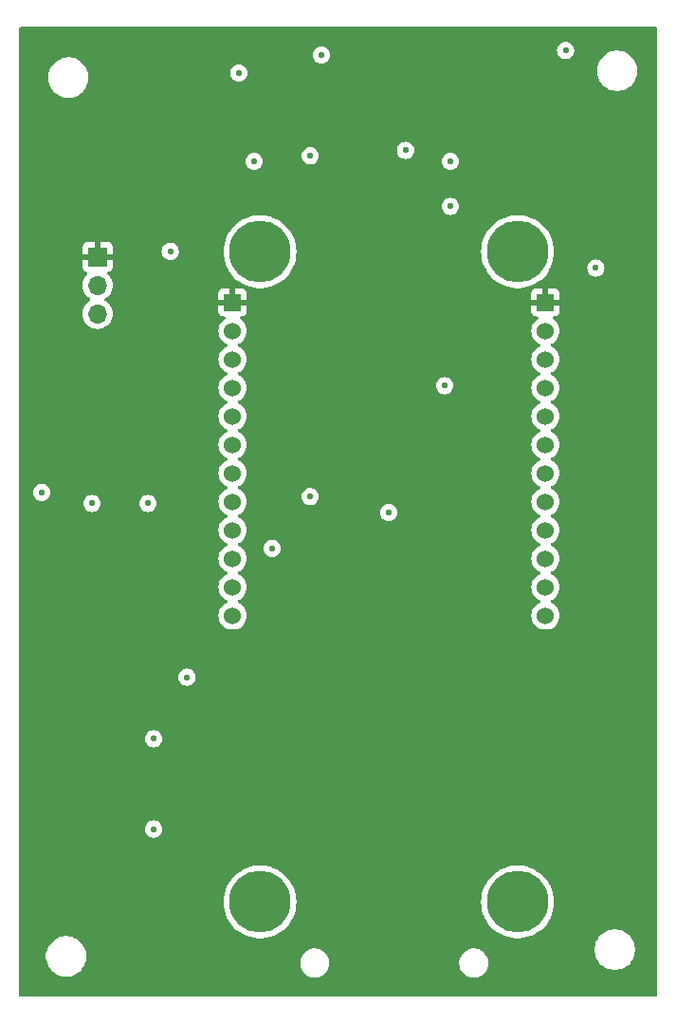
<source format=gbr>
%TF.GenerationSoftware,KiCad,Pcbnew,8.0.7-8.0.7-0~ubuntu24.04.1*%
%TF.CreationDate,2025-01-13T14:11:03-06:00*%
%TF.ProjectId,edge_human_detection_board,65646765-5f68-4756-9d61-6e5f64657465,rev?*%
%TF.SameCoordinates,Original*%
%TF.FileFunction,Copper,L2,Inr*%
%TF.FilePolarity,Positive*%
%FSLAX46Y46*%
G04 Gerber Fmt 4.6, Leading zero omitted, Abs format (unit mm)*
G04 Created by KiCad (PCBNEW 8.0.7-8.0.7-0~ubuntu24.04.1) date 2025-01-13 14:11:03*
%MOMM*%
%LPD*%
G01*
G04 APERTURE LIST*
%TA.AperFunction,ComponentPad*%
%ADD10R,1.700000X1.700000*%
%TD*%
%TA.AperFunction,ComponentPad*%
%ADD11O,1.700000X1.700000*%
%TD*%
%TA.AperFunction,ComponentPad*%
%ADD12C,5.500000*%
%TD*%
%TA.AperFunction,ComponentPad*%
%ADD13R,1.524000X1.524000*%
%TD*%
%TA.AperFunction,ComponentPad*%
%ADD14C,1.524000*%
%TD*%
%TA.AperFunction,ViaPad*%
%ADD15C,0.533400*%
%TD*%
G04 APERTURE END LIST*
D10*
%TO.N,GND*%
%TO.C,J1*%
X122000000Y-54000000D03*
D11*
%TO.N,/Coral Micro Breakouts/DEBUG_TX*%
X122000000Y-56540000D03*
%TO.N,/Coral Micro Breakouts/DEBUG_RX*%
X122000000Y-59080000D03*
%TD*%
D12*
%TO.N,*%
%TO.C,U1*%
X159513240Y-53551320D03*
X136513240Y-53551320D03*
X159513240Y-111551320D03*
X136513240Y-111551320D03*
D13*
%TO.N,GND*%
X162000000Y-58060000D03*
D14*
%TO.N,Net-(R4-Pad1)*%
X162000000Y-60600000D03*
%TO.N,Net-(U1-3.3V)*%
X162000000Y-63140000D03*
%TO.N,unconnected-(U1-RTC_3V-Pad4)*%
X162000000Y-65680000D03*
%TO.N,unconnected-(U1-SPI6_CS0-Pad5)*%
X162000000Y-68220000D03*
%TO.N,unconnected-(U1-SPI6_SCK-Pad6)*%
X162000000Y-70760000D03*
%TO.N,unconnected-(U1-SPI6_SDO-Pad7)*%
X162000000Y-73300000D03*
%TO.N,unconnected-(U1-SPI6_SDI-Pad8)*%
X162000000Y-75840000D03*
%TO.N,unconnected-(U1-DAC_OUT-Pad9)*%
X162000000Y-78380000D03*
%TO.N,unconnected-(U1-I2C6_SDA-Pad10)*%
X162000000Y-80920000D03*
%TO.N,/TOF Sensor/SCL*%
X162000000Y-83460000D03*
%TO.N,/TOF Sensor/SDA*%
X162000000Y-86000000D03*
D13*
%TO.N,GND*%
X134060000Y-58060000D03*
D14*
%TO.N,Net-(R3-Pad2)*%
X134060000Y-60600000D03*
%TO.N,unconnected-(U1-ADC1_CH0A-Pad15)*%
X134060000Y-63140000D03*
%TO.N,unconnected-(U1-ADC1_CH0B-Pad16)*%
X134060000Y-65680000D03*
%TO.N,/Coral Micro Breakouts/DEBUG_TX*%
X134060000Y-68220000D03*
%TO.N,/Coral Micro Breakouts/DEBUG_RX*%
X134060000Y-70760000D03*
%TO.N,unconnected-(U1-UART6_CTX-Pad19)*%
X134060000Y-73300000D03*
%TO.N,unconnected-(U1-UART6_RTS-Pad20)*%
X134060000Y-75840000D03*
%TO.N,/TOF Sensor/LPn*%
X134060000Y-78380000D03*
%TO.N,/RGB Signalling/SIG_IN_PWM0*%
X134060000Y-80920000D03*
%TO.N,unconnected-(U1-I2C6_SCL-Pad23)*%
X134060000Y-83460000D03*
%TO.N,Net-(U1-VSYS)*%
X134060000Y-86000000D03*
%TD*%
D15*
%TO.N,GND*%
X138000000Y-43000000D03*
X127500000Y-101500000D03*
X161500000Y-117500000D03*
X136500000Y-103500000D03*
X151000000Y-34000000D03*
X169500000Y-87500000D03*
X121400000Y-104000000D03*
X169500000Y-74500000D03*
X164500000Y-45500000D03*
X143500000Y-42500000D03*
X168500000Y-43000000D03*
X120000000Y-110500000D03*
X126500000Y-116500000D03*
X127400000Y-63600000D03*
X147000000Y-42200000D03*
X120500000Y-96500000D03*
X165000000Y-54500000D03*
X118500000Y-75000000D03*
X141500000Y-68500000D03*
X152999195Y-43494745D03*
X168500000Y-110000000D03*
X136500000Y-99000000D03*
X139500000Y-88000000D03*
X159500000Y-99000000D03*
X125000000Y-85000000D03*
X121000000Y-75000000D03*
X128000000Y-76000000D03*
X159500000Y-104000000D03*
X157000000Y-80000000D03*
X129000000Y-94500000D03*
X135500000Y-117000000D03*
X131000000Y-90500000D03*
X156500000Y-88000000D03*
X125500000Y-50000000D03*
X156500000Y-74000000D03*
X120800000Y-47000000D03*
X145500000Y-46000000D03*
X169000000Y-99000000D03*
X140000000Y-80000000D03*
X157500000Y-45000000D03*
%TO.N,/RGB Signalling/SIG_IN_RGB1*%
X130000000Y-91500000D03*
X126500000Y-76000000D03*
%TO.N,/Coral Micro Breakouts/+1.8VDC_RGB*%
X128500000Y-53500000D03*
X117000000Y-75000000D03*
%TO.N,/RGB Signalling/SIG_IN_RGB2*%
X127000000Y-97000000D03*
%TO.N,/RGB Signalling/SIG_IN_RGB3*%
X127000000Y-105050000D03*
%TO.N,/RGB Signalling/SIG_IN_PWM0*%
X121500000Y-76000000D03*
X137600000Y-80000000D03*
%TO.N,/TOF Sensor/SCL*%
X136000000Y-45500000D03*
%TO.N,/TOF Sensor/SDA*%
X141000000Y-45000000D03*
X153000000Y-65500000D03*
X148000000Y-76800000D03*
%TO.N,/TOF Sensor/CORE_1V8*%
X166500000Y-55000000D03*
X149500000Y-44500000D03*
X142000000Y-36000000D03*
%TO.N,/TOF Sensor/AVDD*%
X134600000Y-37600000D03*
X163800000Y-35600000D03*
%TO.N,/TOF Sensor/LPn*%
X153500000Y-49500000D03*
X141000000Y-75400000D03*
X153500000Y-45500000D03*
%TD*%
%TA.AperFunction,Conductor*%
%TO.N,GND*%
G36*
X171943039Y-33519685D02*
G01*
X171988794Y-33572489D01*
X172000000Y-33624000D01*
X172000000Y-119876000D01*
X171980315Y-119943039D01*
X171927511Y-119988794D01*
X171876000Y-120000000D01*
X115124000Y-120000000D01*
X115056961Y-119980315D01*
X115011206Y-119927511D01*
X115000000Y-119876000D01*
X115000000Y-116281995D01*
X117399500Y-116281995D01*
X117399500Y-116518004D01*
X117399501Y-116518020D01*
X117430306Y-116752010D01*
X117491394Y-116979993D01*
X117581714Y-117198045D01*
X117581719Y-117198056D01*
X117640733Y-117300269D01*
X117699727Y-117402450D01*
X117699729Y-117402453D01*
X117699730Y-117402454D01*
X117843406Y-117589697D01*
X117843412Y-117589704D01*
X118010295Y-117756587D01*
X118010301Y-117756592D01*
X118197550Y-117900273D01*
X118328918Y-117976118D01*
X118401943Y-118018280D01*
X118401948Y-118018282D01*
X118401951Y-118018284D01*
X118620007Y-118108606D01*
X118847986Y-118169693D01*
X119081989Y-118200500D01*
X119081996Y-118200500D01*
X119318004Y-118200500D01*
X119318011Y-118200500D01*
X119552014Y-118169693D01*
X119779993Y-118108606D01*
X119998049Y-118018284D01*
X120202450Y-117900273D01*
X120389699Y-117756592D01*
X120556592Y-117589699D01*
X120700273Y-117402450D01*
X120818284Y-117198049D01*
X120908606Y-116979993D01*
X120930670Y-116897648D01*
X140099500Y-116897648D01*
X140099500Y-117102351D01*
X140131522Y-117304534D01*
X140194781Y-117499223D01*
X140287715Y-117681613D01*
X140408028Y-117847213D01*
X140552786Y-117991971D01*
X140707749Y-118104556D01*
X140718390Y-118112287D01*
X140834607Y-118171503D01*
X140900776Y-118205218D01*
X140900778Y-118205218D01*
X140900781Y-118205220D01*
X141005137Y-118239127D01*
X141095465Y-118268477D01*
X141196557Y-118284488D01*
X141297648Y-118300500D01*
X141297649Y-118300500D01*
X141502351Y-118300500D01*
X141502352Y-118300500D01*
X141704534Y-118268477D01*
X141899219Y-118205220D01*
X142081610Y-118112287D01*
X142210994Y-118018285D01*
X142247213Y-117991971D01*
X142247215Y-117991968D01*
X142247219Y-117991966D01*
X142391966Y-117847219D01*
X142391968Y-117847215D01*
X142391971Y-117847213D01*
X142457813Y-117756587D01*
X142512287Y-117681610D01*
X142605220Y-117499219D01*
X142668477Y-117304534D01*
X142700500Y-117102352D01*
X142700500Y-116897648D01*
X154299500Y-116897648D01*
X154299500Y-117102351D01*
X154331522Y-117304534D01*
X154394781Y-117499223D01*
X154487715Y-117681613D01*
X154608028Y-117847213D01*
X154752786Y-117991971D01*
X154907749Y-118104556D01*
X154918390Y-118112287D01*
X155034607Y-118171503D01*
X155100776Y-118205218D01*
X155100778Y-118205218D01*
X155100781Y-118205220D01*
X155205137Y-118239127D01*
X155295465Y-118268477D01*
X155396557Y-118284488D01*
X155497648Y-118300500D01*
X155497649Y-118300500D01*
X155702351Y-118300500D01*
X155702352Y-118300500D01*
X155904534Y-118268477D01*
X156099219Y-118205220D01*
X156281610Y-118112287D01*
X156410994Y-118018285D01*
X156447213Y-117991971D01*
X156447215Y-117991968D01*
X156447219Y-117991966D01*
X156591966Y-117847219D01*
X156591968Y-117847215D01*
X156591971Y-117847213D01*
X156657813Y-117756587D01*
X156712287Y-117681610D01*
X156805220Y-117499219D01*
X156868477Y-117304534D01*
X156900500Y-117102352D01*
X156900500Y-116897648D01*
X156885422Y-116802450D01*
X156868477Y-116695465D01*
X156805218Y-116500776D01*
X156743675Y-116379993D01*
X156712287Y-116318390D01*
X156685845Y-116281995D01*
X156591971Y-116152786D01*
X156447213Y-116008028D01*
X156281613Y-115887715D01*
X156281612Y-115887714D01*
X156281610Y-115887713D01*
X156224653Y-115858691D01*
X156099223Y-115794781D01*
X155904534Y-115731522D01*
X155729995Y-115703878D01*
X155702352Y-115699500D01*
X155497648Y-115699500D01*
X155473329Y-115703351D01*
X155295465Y-115731522D01*
X155100776Y-115794781D01*
X154918386Y-115887715D01*
X154752786Y-116008028D01*
X154608028Y-116152786D01*
X154487715Y-116318386D01*
X154394781Y-116500776D01*
X154331522Y-116695465D01*
X154299500Y-116897648D01*
X142700500Y-116897648D01*
X142685422Y-116802450D01*
X142668477Y-116695465D01*
X142605218Y-116500776D01*
X142543675Y-116379993D01*
X142512287Y-116318390D01*
X142485845Y-116281995D01*
X142391971Y-116152786D01*
X142247213Y-116008028D01*
X142081613Y-115887715D01*
X142081612Y-115887714D01*
X142081610Y-115887713D01*
X142024653Y-115858691D01*
X141899223Y-115794781D01*
X141704534Y-115731522D01*
X141529995Y-115703878D01*
X141502352Y-115699500D01*
X141297648Y-115699500D01*
X141273329Y-115703351D01*
X141095465Y-115731522D01*
X140900776Y-115794781D01*
X140718386Y-115887715D01*
X140552786Y-116008028D01*
X140408028Y-116152786D01*
X140287715Y-116318386D01*
X140194781Y-116500776D01*
X140131522Y-116695465D01*
X140099500Y-116897648D01*
X120930670Y-116897648D01*
X120969693Y-116752014D01*
X121000500Y-116518011D01*
X121000500Y-116281989D01*
X120969693Y-116047986D01*
X120908606Y-115820007D01*
X120851439Y-115681995D01*
X166399500Y-115681995D01*
X166399500Y-115918004D01*
X166399501Y-115918020D01*
X166430306Y-116152010D01*
X166491394Y-116379993D01*
X166581714Y-116598045D01*
X166581719Y-116598056D01*
X166637959Y-116695465D01*
X166699727Y-116802450D01*
X166699729Y-116802453D01*
X166699730Y-116802454D01*
X166843406Y-116989697D01*
X166843412Y-116989704D01*
X167010295Y-117156587D01*
X167010301Y-117156592D01*
X167197550Y-117300273D01*
X167328918Y-117376118D01*
X167401943Y-117418280D01*
X167401948Y-117418282D01*
X167401951Y-117418284D01*
X167620007Y-117508606D01*
X167847986Y-117569693D01*
X168081989Y-117600500D01*
X168081996Y-117600500D01*
X168318004Y-117600500D01*
X168318011Y-117600500D01*
X168552014Y-117569693D01*
X168779993Y-117508606D01*
X168998049Y-117418284D01*
X169202450Y-117300273D01*
X169389699Y-117156592D01*
X169556592Y-116989699D01*
X169700273Y-116802450D01*
X169818284Y-116598049D01*
X169908606Y-116379993D01*
X169969693Y-116152014D01*
X170000500Y-115918011D01*
X170000500Y-115681989D01*
X169969693Y-115447986D01*
X169908606Y-115220007D01*
X169818284Y-115001951D01*
X169818282Y-115001948D01*
X169818280Y-115001943D01*
X169776118Y-114928918D01*
X169700273Y-114797550D01*
X169571943Y-114630307D01*
X169556593Y-114610302D01*
X169556587Y-114610295D01*
X169389704Y-114443412D01*
X169389697Y-114443406D01*
X169202454Y-114299730D01*
X169202453Y-114299729D01*
X169202450Y-114299727D01*
X169108829Y-114245675D01*
X168998056Y-114181719D01*
X168998045Y-114181714D01*
X168779993Y-114091394D01*
X168559698Y-114032366D01*
X168552014Y-114030307D01*
X168552013Y-114030306D01*
X168552010Y-114030306D01*
X168318020Y-113999501D01*
X168318017Y-113999500D01*
X168318011Y-113999500D01*
X168081989Y-113999500D01*
X168081983Y-113999500D01*
X168081979Y-113999501D01*
X167847989Y-114030306D01*
X167620006Y-114091394D01*
X167401954Y-114181714D01*
X167401943Y-114181719D01*
X167197545Y-114299730D01*
X167010302Y-114443406D01*
X167010295Y-114443412D01*
X166843412Y-114610295D01*
X166843406Y-114610302D01*
X166699730Y-114797545D01*
X166581719Y-115001943D01*
X166581714Y-115001954D01*
X166491394Y-115220006D01*
X166430306Y-115447989D01*
X166399501Y-115681979D01*
X166399500Y-115681995D01*
X120851439Y-115681995D01*
X120818284Y-115601951D01*
X120818282Y-115601948D01*
X120818280Y-115601943D01*
X120776118Y-115528918D01*
X120700273Y-115397550D01*
X120556592Y-115210301D01*
X120556587Y-115210295D01*
X120389704Y-115043412D01*
X120389697Y-115043406D01*
X120202454Y-114899730D01*
X120202453Y-114899729D01*
X120202450Y-114899727D01*
X120120957Y-114852677D01*
X119998056Y-114781719D01*
X119998045Y-114781714D01*
X119779993Y-114691394D01*
X119552010Y-114630306D01*
X119318020Y-114599501D01*
X119318017Y-114599500D01*
X119318011Y-114599500D01*
X119081989Y-114599500D01*
X119081983Y-114599500D01*
X119081979Y-114599501D01*
X118847989Y-114630306D01*
X118620006Y-114691394D01*
X118401954Y-114781714D01*
X118401943Y-114781719D01*
X118197545Y-114899730D01*
X118010302Y-115043406D01*
X118010295Y-115043412D01*
X117843412Y-115210295D01*
X117843406Y-115210302D01*
X117699730Y-115397545D01*
X117581719Y-115601943D01*
X117581714Y-115601954D01*
X117491394Y-115820006D01*
X117430306Y-116047989D01*
X117399501Y-116281979D01*
X117399500Y-116281995D01*
X115000000Y-116281995D01*
X115000000Y-111551317D01*
X133257966Y-111551317D01*
X133257966Y-111551322D01*
X133277048Y-111903274D01*
X133334073Y-112251113D01*
X133334074Y-112251116D01*
X133428366Y-112590728D01*
X133428367Y-112590730D01*
X133558828Y-112918164D01*
X133558837Y-112918182D01*
X133723935Y-113229589D01*
X133921738Y-113521326D01*
X133921745Y-113521336D01*
X134149925Y-113789969D01*
X134149926Y-113789970D01*
X134405820Y-114032366D01*
X134686422Y-114245674D01*
X134988442Y-114427394D01*
X134988446Y-114427395D01*
X134988450Y-114427398D01*
X135308328Y-114575390D01*
X135308332Y-114575390D01*
X135308339Y-114575394D01*
X135642362Y-114687939D01*
X135986595Y-114763711D01*
X136337003Y-114801820D01*
X136337009Y-114801820D01*
X136689471Y-114801820D01*
X136689477Y-114801820D01*
X137039885Y-114763711D01*
X137384118Y-114687939D01*
X137718141Y-114575394D01*
X137718148Y-114575390D01*
X137718151Y-114575390D01*
X137971716Y-114458077D01*
X138038038Y-114427394D01*
X138340058Y-114245674D01*
X138620660Y-114032366D01*
X138876554Y-113789970D01*
X139104741Y-113521328D01*
X139302545Y-113229589D01*
X139467647Y-112918174D01*
X139598111Y-112590734D01*
X139692408Y-112251108D01*
X139749431Y-111903277D01*
X139768514Y-111551320D01*
X139768514Y-111551317D01*
X156257966Y-111551317D01*
X156257966Y-111551322D01*
X156277048Y-111903274D01*
X156334073Y-112251113D01*
X156334074Y-112251116D01*
X156428366Y-112590728D01*
X156428367Y-112590730D01*
X156558828Y-112918164D01*
X156558837Y-112918182D01*
X156723935Y-113229589D01*
X156921738Y-113521326D01*
X156921745Y-113521336D01*
X157149925Y-113789969D01*
X157149926Y-113789970D01*
X157405820Y-114032366D01*
X157686422Y-114245674D01*
X157988442Y-114427394D01*
X157988446Y-114427395D01*
X157988450Y-114427398D01*
X158308328Y-114575390D01*
X158308332Y-114575390D01*
X158308339Y-114575394D01*
X158642362Y-114687939D01*
X158986595Y-114763711D01*
X159337003Y-114801820D01*
X159337009Y-114801820D01*
X159689471Y-114801820D01*
X159689477Y-114801820D01*
X160039885Y-114763711D01*
X160384118Y-114687939D01*
X160718141Y-114575394D01*
X160718148Y-114575390D01*
X160718151Y-114575390D01*
X160971716Y-114458077D01*
X161038038Y-114427394D01*
X161340058Y-114245674D01*
X161620660Y-114032366D01*
X161876554Y-113789970D01*
X162104741Y-113521328D01*
X162302545Y-113229589D01*
X162467647Y-112918174D01*
X162598111Y-112590734D01*
X162692408Y-112251108D01*
X162749431Y-111903277D01*
X162768514Y-111551320D01*
X162749431Y-111199363D01*
X162692408Y-110851532D01*
X162649944Y-110698591D01*
X162598113Y-110511911D01*
X162598112Y-110511909D01*
X162467651Y-110184475D01*
X162467642Y-110184457D01*
X162302544Y-109873050D01*
X162104741Y-109581312D01*
X162104737Y-109581307D01*
X162104734Y-109581303D01*
X161876554Y-109312670D01*
X161620660Y-109070274D01*
X161620653Y-109070268D01*
X161620650Y-109070266D01*
X161340055Y-108856964D01*
X161038042Y-108675248D01*
X161038029Y-108675241D01*
X160718151Y-108527249D01*
X160718146Y-108527248D01*
X160718143Y-108527247D01*
X160718141Y-108527246D01*
X160611672Y-108491372D01*
X160384120Y-108414701D01*
X160039883Y-108338928D01*
X159689478Y-108300820D01*
X159689477Y-108300820D01*
X159337003Y-108300820D01*
X159337001Y-108300820D01*
X158986596Y-108338928D01*
X158642359Y-108414701D01*
X158308333Y-108527248D01*
X158308328Y-108527249D01*
X157988450Y-108675241D01*
X157988437Y-108675248D01*
X157686424Y-108856964D01*
X157405829Y-109070266D01*
X157405820Y-109070274D01*
X157149925Y-109312670D01*
X156921745Y-109581303D01*
X156921738Y-109581313D01*
X156723935Y-109873050D01*
X156558837Y-110184457D01*
X156558828Y-110184475D01*
X156428367Y-110511909D01*
X156428366Y-110511911D01*
X156334074Y-110851523D01*
X156334073Y-110851526D01*
X156277048Y-111199365D01*
X156257966Y-111551317D01*
X139768514Y-111551317D01*
X139749431Y-111199363D01*
X139692408Y-110851532D01*
X139649944Y-110698591D01*
X139598113Y-110511911D01*
X139598112Y-110511909D01*
X139467651Y-110184475D01*
X139467642Y-110184457D01*
X139302544Y-109873050D01*
X139104741Y-109581312D01*
X139104737Y-109581307D01*
X139104734Y-109581303D01*
X138876554Y-109312670D01*
X138620660Y-109070274D01*
X138620653Y-109070268D01*
X138620650Y-109070266D01*
X138340055Y-108856964D01*
X138038042Y-108675248D01*
X138038029Y-108675241D01*
X137718151Y-108527249D01*
X137718146Y-108527248D01*
X137718143Y-108527247D01*
X137718141Y-108527246D01*
X137611672Y-108491372D01*
X137384120Y-108414701D01*
X137039883Y-108338928D01*
X136689478Y-108300820D01*
X136689477Y-108300820D01*
X136337003Y-108300820D01*
X136337001Y-108300820D01*
X135986596Y-108338928D01*
X135642359Y-108414701D01*
X135308333Y-108527248D01*
X135308328Y-108527249D01*
X134988450Y-108675241D01*
X134988437Y-108675248D01*
X134686424Y-108856964D01*
X134405829Y-109070266D01*
X134405820Y-109070274D01*
X134149925Y-109312670D01*
X133921745Y-109581303D01*
X133921738Y-109581313D01*
X133723935Y-109873050D01*
X133558837Y-110184457D01*
X133558828Y-110184475D01*
X133428367Y-110511909D01*
X133428366Y-110511911D01*
X133334074Y-110851523D01*
X133334073Y-110851526D01*
X133277048Y-111199365D01*
X133257966Y-111551317D01*
X115000000Y-111551317D01*
X115000000Y-105049996D01*
X126227945Y-105049996D01*
X126227945Y-105050003D01*
X126247301Y-105221795D01*
X126304402Y-105384983D01*
X126396382Y-105531367D01*
X126396383Y-105531368D01*
X126518632Y-105653617D01*
X126665018Y-105745598D01*
X126828202Y-105802698D01*
X126885468Y-105809150D01*
X126999996Y-105822055D01*
X127000000Y-105822055D01*
X127000004Y-105822055D01*
X127098170Y-105810993D01*
X127171798Y-105802698D01*
X127334982Y-105745598D01*
X127481368Y-105653617D01*
X127603617Y-105531368D01*
X127695598Y-105384982D01*
X127752698Y-105221798D01*
X127772055Y-105050000D01*
X127752698Y-104878202D01*
X127695598Y-104715018D01*
X127603617Y-104568632D01*
X127481368Y-104446383D01*
X127481367Y-104446382D01*
X127334983Y-104354402D01*
X127171795Y-104297301D01*
X127000004Y-104277945D01*
X126999996Y-104277945D01*
X126828204Y-104297301D01*
X126665016Y-104354402D01*
X126518632Y-104446382D01*
X126396382Y-104568632D01*
X126304402Y-104715016D01*
X126247301Y-104878204D01*
X126227945Y-105049996D01*
X115000000Y-105049996D01*
X115000000Y-96999996D01*
X126227945Y-96999996D01*
X126227945Y-97000003D01*
X126247301Y-97171795D01*
X126304402Y-97334983D01*
X126396382Y-97481367D01*
X126396383Y-97481368D01*
X126518632Y-97603617D01*
X126665018Y-97695598D01*
X126828202Y-97752698D01*
X126885468Y-97759150D01*
X126999996Y-97772055D01*
X127000000Y-97772055D01*
X127000004Y-97772055D01*
X127098170Y-97760993D01*
X127171798Y-97752698D01*
X127334982Y-97695598D01*
X127481368Y-97603617D01*
X127603617Y-97481368D01*
X127695598Y-97334982D01*
X127752698Y-97171798D01*
X127772055Y-97000000D01*
X127752698Y-96828202D01*
X127695598Y-96665018D01*
X127603617Y-96518632D01*
X127481368Y-96396383D01*
X127481367Y-96396382D01*
X127334983Y-96304402D01*
X127171795Y-96247301D01*
X127000004Y-96227945D01*
X126999996Y-96227945D01*
X126828204Y-96247301D01*
X126665016Y-96304402D01*
X126518632Y-96396382D01*
X126396382Y-96518632D01*
X126304402Y-96665016D01*
X126247301Y-96828204D01*
X126227945Y-96999996D01*
X115000000Y-96999996D01*
X115000000Y-91499996D01*
X129227945Y-91499996D01*
X129227945Y-91500003D01*
X129247301Y-91671795D01*
X129304402Y-91834983D01*
X129396382Y-91981367D01*
X129396383Y-91981368D01*
X129518632Y-92103617D01*
X129665018Y-92195598D01*
X129828202Y-92252698D01*
X129885468Y-92259150D01*
X129999996Y-92272055D01*
X130000000Y-92272055D01*
X130000004Y-92272055D01*
X130098170Y-92260993D01*
X130171798Y-92252698D01*
X130334982Y-92195598D01*
X130481368Y-92103617D01*
X130603617Y-91981368D01*
X130695598Y-91834982D01*
X130752698Y-91671798D01*
X130772055Y-91500000D01*
X130752698Y-91328202D01*
X130695598Y-91165018D01*
X130603617Y-91018632D01*
X130481368Y-90896383D01*
X130481367Y-90896382D01*
X130334983Y-90804402D01*
X130171795Y-90747301D01*
X130000004Y-90727945D01*
X129999996Y-90727945D01*
X129828204Y-90747301D01*
X129665016Y-90804402D01*
X129518632Y-90896382D01*
X129396382Y-91018632D01*
X129304402Y-91165016D01*
X129247301Y-91328204D01*
X129227945Y-91499996D01*
X115000000Y-91499996D01*
X115000000Y-75999996D01*
X120727945Y-75999996D01*
X120727945Y-76000003D01*
X120747301Y-76171795D01*
X120804402Y-76334983D01*
X120896382Y-76481367D01*
X121018632Y-76603617D01*
X121057758Y-76628202D01*
X121165018Y-76695598D01*
X121328202Y-76752698D01*
X121385468Y-76759150D01*
X121499996Y-76772055D01*
X121500000Y-76772055D01*
X121500004Y-76772055D01*
X121598170Y-76760993D01*
X121671798Y-76752698D01*
X121834982Y-76695598D01*
X121981368Y-76603617D01*
X122103617Y-76481368D01*
X122195598Y-76334982D01*
X122252698Y-76171798D01*
X122266725Y-76047302D01*
X122272055Y-76000003D01*
X122272055Y-75999996D01*
X125727945Y-75999996D01*
X125727945Y-76000003D01*
X125747301Y-76171795D01*
X125804402Y-76334983D01*
X125896382Y-76481367D01*
X126018632Y-76603617D01*
X126057758Y-76628202D01*
X126165018Y-76695598D01*
X126328202Y-76752698D01*
X126385468Y-76759150D01*
X126499996Y-76772055D01*
X126500000Y-76772055D01*
X126500004Y-76772055D01*
X126598170Y-76760993D01*
X126671798Y-76752698D01*
X126834982Y-76695598D01*
X126981368Y-76603617D01*
X127103617Y-76481368D01*
X127195598Y-76334982D01*
X127252698Y-76171798D01*
X127266725Y-76047302D01*
X127272055Y-76000003D01*
X127272055Y-75999996D01*
X127258688Y-75881367D01*
X127252698Y-75828202D01*
X127195598Y-75665018D01*
X127167268Y-75619932D01*
X127103617Y-75518632D01*
X126981367Y-75396382D01*
X126834983Y-75304402D01*
X126671795Y-75247301D01*
X126500004Y-75227945D01*
X126499996Y-75227945D01*
X126328204Y-75247301D01*
X126165016Y-75304402D01*
X126018632Y-75396382D01*
X125896382Y-75518632D01*
X125804402Y-75665016D01*
X125747301Y-75828204D01*
X125727945Y-75999996D01*
X122272055Y-75999996D01*
X122258688Y-75881367D01*
X122252698Y-75828202D01*
X122195598Y-75665018D01*
X122167268Y-75619932D01*
X122103617Y-75518632D01*
X121981367Y-75396382D01*
X121834983Y-75304402D01*
X121671795Y-75247301D01*
X121500004Y-75227945D01*
X121499996Y-75227945D01*
X121328204Y-75247301D01*
X121165016Y-75304402D01*
X121018632Y-75396382D01*
X120896382Y-75518632D01*
X120804402Y-75665016D01*
X120747301Y-75828204D01*
X120727945Y-75999996D01*
X115000000Y-75999996D01*
X115000000Y-74999996D01*
X116227945Y-74999996D01*
X116227945Y-75000003D01*
X116247301Y-75171795D01*
X116304402Y-75334983D01*
X116396382Y-75481367D01*
X116518632Y-75603617D01*
X116616350Y-75665018D01*
X116665018Y-75695598D01*
X116828202Y-75752698D01*
X116885468Y-75759150D01*
X116999996Y-75772055D01*
X117000000Y-75772055D01*
X117000004Y-75772055D01*
X117098170Y-75760993D01*
X117171798Y-75752698D01*
X117334982Y-75695598D01*
X117481368Y-75603617D01*
X117603617Y-75481368D01*
X117695598Y-75334982D01*
X117752698Y-75171798D01*
X117764729Y-75065018D01*
X117772055Y-75000003D01*
X117772055Y-74999996D01*
X117759150Y-74885468D01*
X117752698Y-74828202D01*
X117695598Y-74665018D01*
X117672303Y-74627945D01*
X117603617Y-74518632D01*
X117481367Y-74396382D01*
X117334983Y-74304402D01*
X117171795Y-74247301D01*
X117000004Y-74227945D01*
X116999996Y-74227945D01*
X116828204Y-74247301D01*
X116665016Y-74304402D01*
X116518632Y-74396382D01*
X116396382Y-74518632D01*
X116304402Y-74665016D01*
X116247301Y-74828204D01*
X116227945Y-74999996D01*
X115000000Y-74999996D01*
X115000000Y-60599997D01*
X132792677Y-60599997D01*
X132792677Y-60600002D01*
X132811929Y-60820062D01*
X132811930Y-60820070D01*
X132869104Y-61033445D01*
X132869105Y-61033447D01*
X132869106Y-61033450D01*
X132962466Y-61233662D01*
X132962468Y-61233666D01*
X133089170Y-61414615D01*
X133089175Y-61414621D01*
X133245378Y-61570824D01*
X133245384Y-61570829D01*
X133426333Y-61697531D01*
X133426335Y-61697532D01*
X133426338Y-61697534D01*
X133545748Y-61753215D01*
X133555189Y-61757618D01*
X133607628Y-61803790D01*
X133626780Y-61870984D01*
X133606564Y-61937865D01*
X133555189Y-61982382D01*
X133426340Y-62042465D01*
X133426338Y-62042466D01*
X133245377Y-62169175D01*
X133089175Y-62325377D01*
X132962466Y-62506338D01*
X132962465Y-62506340D01*
X132869107Y-62706548D01*
X132869104Y-62706554D01*
X132811930Y-62919929D01*
X132811929Y-62919937D01*
X132792677Y-63139997D01*
X132792677Y-63140002D01*
X132811929Y-63360062D01*
X132811930Y-63360070D01*
X132869104Y-63573445D01*
X132869105Y-63573447D01*
X132869106Y-63573450D01*
X132962466Y-63773662D01*
X132962468Y-63773666D01*
X133089170Y-63954615D01*
X133089175Y-63954621D01*
X133245378Y-64110824D01*
X133245384Y-64110829D01*
X133426333Y-64237531D01*
X133426335Y-64237532D01*
X133426338Y-64237534D01*
X133545748Y-64293215D01*
X133555189Y-64297618D01*
X133607628Y-64343790D01*
X133626780Y-64410984D01*
X133606564Y-64477865D01*
X133555189Y-64522382D01*
X133426340Y-64582465D01*
X133426338Y-64582466D01*
X133245377Y-64709175D01*
X133089175Y-64865377D01*
X132962466Y-65046338D01*
X132962465Y-65046340D01*
X132869107Y-65246548D01*
X132869104Y-65246554D01*
X132811930Y-65459929D01*
X132811929Y-65459937D01*
X132792677Y-65679997D01*
X132792677Y-65680002D01*
X132811929Y-65900062D01*
X132811930Y-65900070D01*
X132869104Y-66113445D01*
X132869105Y-66113447D01*
X132869106Y-66113450D01*
X132962466Y-66313662D01*
X132962468Y-66313666D01*
X133089170Y-66494615D01*
X133089175Y-66494621D01*
X133245378Y-66650824D01*
X133245384Y-66650829D01*
X133426333Y-66777531D01*
X133426335Y-66777532D01*
X133426338Y-66777534D01*
X133545748Y-66833215D01*
X133555189Y-66837618D01*
X133607628Y-66883790D01*
X133626780Y-66950984D01*
X133606564Y-67017865D01*
X133555189Y-67062382D01*
X133426340Y-67122465D01*
X133426338Y-67122466D01*
X133245377Y-67249175D01*
X133089175Y-67405377D01*
X132962466Y-67586338D01*
X132962465Y-67586340D01*
X132869107Y-67786548D01*
X132869104Y-67786554D01*
X132811930Y-67999929D01*
X132811929Y-67999937D01*
X132792677Y-68219997D01*
X132792677Y-68220002D01*
X132811929Y-68440062D01*
X132811930Y-68440070D01*
X132869104Y-68653445D01*
X132869105Y-68653447D01*
X132869106Y-68653450D01*
X132962466Y-68853662D01*
X132962468Y-68853666D01*
X133089170Y-69034615D01*
X133089175Y-69034621D01*
X133245378Y-69190824D01*
X133245384Y-69190829D01*
X133426333Y-69317531D01*
X133426335Y-69317532D01*
X133426338Y-69317534D01*
X133545748Y-69373215D01*
X133555189Y-69377618D01*
X133607628Y-69423790D01*
X133626780Y-69490984D01*
X133606564Y-69557865D01*
X133555189Y-69602382D01*
X133426340Y-69662465D01*
X133426338Y-69662466D01*
X133245377Y-69789175D01*
X133089175Y-69945377D01*
X132962466Y-70126338D01*
X132962465Y-70126340D01*
X132869107Y-70326548D01*
X132869104Y-70326554D01*
X132811930Y-70539929D01*
X132811929Y-70539937D01*
X132792677Y-70759997D01*
X132792677Y-70760002D01*
X132811929Y-70980062D01*
X132811930Y-70980070D01*
X132869104Y-71193445D01*
X132869105Y-71193447D01*
X132869106Y-71193450D01*
X132962466Y-71393662D01*
X132962468Y-71393666D01*
X133089170Y-71574615D01*
X133089175Y-71574621D01*
X133245378Y-71730824D01*
X133245384Y-71730829D01*
X133426333Y-71857531D01*
X133426335Y-71857532D01*
X133426338Y-71857534D01*
X133545748Y-71913215D01*
X133555189Y-71917618D01*
X133607628Y-71963790D01*
X133626780Y-72030984D01*
X133606564Y-72097865D01*
X133555189Y-72142382D01*
X133426340Y-72202465D01*
X133426338Y-72202466D01*
X133245377Y-72329175D01*
X133089175Y-72485377D01*
X132962466Y-72666338D01*
X132962465Y-72666340D01*
X132869107Y-72866548D01*
X132869104Y-72866554D01*
X132811930Y-73079929D01*
X132811929Y-73079937D01*
X132792677Y-73299997D01*
X132792677Y-73300002D01*
X132811929Y-73520062D01*
X132811930Y-73520070D01*
X132869104Y-73733445D01*
X132869105Y-73733447D01*
X132869106Y-73733450D01*
X132962466Y-73933662D01*
X132962468Y-73933666D01*
X133089170Y-74114615D01*
X133089175Y-74114621D01*
X133245378Y-74270824D01*
X133245384Y-74270829D01*
X133426333Y-74397531D01*
X133426335Y-74397532D01*
X133426338Y-74397534D01*
X133545748Y-74453215D01*
X133555189Y-74457618D01*
X133607628Y-74503790D01*
X133626780Y-74570984D01*
X133606564Y-74637865D01*
X133555189Y-74682382D01*
X133426340Y-74742465D01*
X133426338Y-74742466D01*
X133245377Y-74869175D01*
X133089175Y-75025377D01*
X132962466Y-75206338D01*
X132962465Y-75206340D01*
X132869107Y-75406548D01*
X132869104Y-75406554D01*
X132811930Y-75619929D01*
X132811929Y-75619937D01*
X132792677Y-75839997D01*
X132792677Y-75840002D01*
X132811929Y-76060062D01*
X132811930Y-76060070D01*
X132869104Y-76273445D01*
X132869105Y-76273447D01*
X132869106Y-76273450D01*
X132958434Y-76465016D01*
X132962466Y-76473662D01*
X132962468Y-76473666D01*
X133089170Y-76654615D01*
X133089175Y-76654621D01*
X133245378Y-76810824D01*
X133245384Y-76810829D01*
X133426333Y-76937531D01*
X133426335Y-76937532D01*
X133426338Y-76937534D01*
X133499818Y-76971798D01*
X133555189Y-76997618D01*
X133607628Y-77043790D01*
X133626780Y-77110984D01*
X133606564Y-77177865D01*
X133555189Y-77222382D01*
X133426340Y-77282465D01*
X133426338Y-77282466D01*
X133245377Y-77409175D01*
X133089175Y-77565377D01*
X132962466Y-77746338D01*
X132962465Y-77746340D01*
X132869107Y-77946548D01*
X132869104Y-77946554D01*
X132811930Y-78159929D01*
X132811929Y-78159937D01*
X132792677Y-78379997D01*
X132792677Y-78380002D01*
X132811929Y-78600062D01*
X132811930Y-78600070D01*
X132869104Y-78813445D01*
X132869105Y-78813447D01*
X132869106Y-78813450D01*
X132962466Y-79013662D01*
X132962468Y-79013666D01*
X133089170Y-79194615D01*
X133089175Y-79194621D01*
X133245378Y-79350824D01*
X133245384Y-79350829D01*
X133426333Y-79477531D01*
X133426335Y-79477532D01*
X133426338Y-79477534D01*
X133545748Y-79533215D01*
X133555189Y-79537618D01*
X133607628Y-79583790D01*
X133626780Y-79650984D01*
X133606564Y-79717865D01*
X133555189Y-79762382D01*
X133426340Y-79822465D01*
X133426338Y-79822466D01*
X133245377Y-79949175D01*
X133089175Y-80105377D01*
X132962466Y-80286338D01*
X132962465Y-80286340D01*
X132869107Y-80486548D01*
X132869104Y-80486554D01*
X132811930Y-80699929D01*
X132811929Y-80699937D01*
X132792677Y-80919997D01*
X132792677Y-80920002D01*
X132811929Y-81140062D01*
X132811930Y-81140070D01*
X132869104Y-81353445D01*
X132869105Y-81353447D01*
X132869106Y-81353450D01*
X132962466Y-81553662D01*
X132962468Y-81553666D01*
X133089170Y-81734615D01*
X133089175Y-81734621D01*
X133245378Y-81890824D01*
X133245384Y-81890829D01*
X133426333Y-82017531D01*
X133426335Y-82017532D01*
X133426338Y-82017534D01*
X133545748Y-82073215D01*
X133555189Y-82077618D01*
X133607628Y-82123790D01*
X133626780Y-82190984D01*
X133606564Y-82257865D01*
X133555189Y-82302382D01*
X133426340Y-82362465D01*
X133426338Y-82362466D01*
X133245377Y-82489175D01*
X133089175Y-82645377D01*
X132962466Y-82826338D01*
X132962465Y-82826340D01*
X132869107Y-83026548D01*
X132869104Y-83026554D01*
X132811930Y-83239929D01*
X132811929Y-83239937D01*
X132792677Y-83459997D01*
X132792677Y-83460002D01*
X132811929Y-83680062D01*
X132811930Y-83680070D01*
X132869104Y-83893445D01*
X132869105Y-83893447D01*
X132869106Y-83893450D01*
X132962466Y-84093662D01*
X132962468Y-84093666D01*
X133089170Y-84274615D01*
X133089175Y-84274621D01*
X133245378Y-84430824D01*
X133245384Y-84430829D01*
X133426333Y-84557531D01*
X133426335Y-84557532D01*
X133426338Y-84557534D01*
X133545748Y-84613215D01*
X133555189Y-84617618D01*
X133607628Y-84663790D01*
X133626780Y-84730984D01*
X133606564Y-84797865D01*
X133555189Y-84842382D01*
X133426340Y-84902465D01*
X133426338Y-84902466D01*
X133245377Y-85029175D01*
X133089175Y-85185377D01*
X132962466Y-85366338D01*
X132962465Y-85366340D01*
X132869107Y-85566548D01*
X132869104Y-85566554D01*
X132811930Y-85779929D01*
X132811929Y-85779937D01*
X132792677Y-85999997D01*
X132792677Y-86000002D01*
X132811929Y-86220062D01*
X132811930Y-86220070D01*
X132869104Y-86433445D01*
X132869105Y-86433447D01*
X132869106Y-86433450D01*
X132962466Y-86633662D01*
X132962468Y-86633666D01*
X133089170Y-86814615D01*
X133089175Y-86814621D01*
X133245378Y-86970824D01*
X133245384Y-86970829D01*
X133426333Y-87097531D01*
X133426335Y-87097532D01*
X133426338Y-87097534D01*
X133626550Y-87190894D01*
X133839932Y-87248070D01*
X133997123Y-87261822D01*
X134059998Y-87267323D01*
X134060000Y-87267323D01*
X134060002Y-87267323D01*
X134115017Y-87262509D01*
X134280068Y-87248070D01*
X134493450Y-87190894D01*
X134693662Y-87097534D01*
X134874620Y-86970826D01*
X135030826Y-86814620D01*
X135157534Y-86633662D01*
X135250894Y-86433450D01*
X135308070Y-86220068D01*
X135327323Y-86000000D01*
X135308070Y-85779932D01*
X135250894Y-85566550D01*
X135157534Y-85366339D01*
X135030826Y-85185380D01*
X134874620Y-85029174D01*
X134874616Y-85029171D01*
X134874615Y-85029170D01*
X134693666Y-84902468D01*
X134693658Y-84902464D01*
X134564811Y-84842382D01*
X134512371Y-84796210D01*
X134493219Y-84729017D01*
X134513435Y-84662135D01*
X134564811Y-84617618D01*
X134570802Y-84614824D01*
X134693662Y-84557534D01*
X134874620Y-84430826D01*
X135030826Y-84274620D01*
X135157534Y-84093662D01*
X135250894Y-83893450D01*
X135308070Y-83680068D01*
X135327323Y-83460000D01*
X135308070Y-83239932D01*
X135250894Y-83026550D01*
X135157534Y-82826339D01*
X135030826Y-82645380D01*
X134874620Y-82489174D01*
X134874616Y-82489171D01*
X134874615Y-82489170D01*
X134693666Y-82362468D01*
X134693658Y-82362464D01*
X134564811Y-82302382D01*
X134512371Y-82256210D01*
X134493219Y-82189017D01*
X134513435Y-82122135D01*
X134564811Y-82077618D01*
X134570802Y-82074824D01*
X134693662Y-82017534D01*
X134874620Y-81890826D01*
X135030826Y-81734620D01*
X135157534Y-81553662D01*
X135250894Y-81353450D01*
X135308070Y-81140068D01*
X135327323Y-80920000D01*
X135308070Y-80699932D01*
X135250894Y-80486550D01*
X135157534Y-80286339D01*
X135030826Y-80105380D01*
X134925442Y-79999996D01*
X136827945Y-79999996D01*
X136827945Y-80000003D01*
X136847301Y-80171795D01*
X136904402Y-80334983D01*
X136996382Y-80481367D01*
X136996383Y-80481368D01*
X137118632Y-80603617D01*
X137265018Y-80695598D01*
X137428202Y-80752698D01*
X137485468Y-80759150D01*
X137599996Y-80772055D01*
X137600000Y-80772055D01*
X137600004Y-80772055D01*
X137698170Y-80760993D01*
X137771798Y-80752698D01*
X137934982Y-80695598D01*
X138081368Y-80603617D01*
X138203617Y-80481368D01*
X138295598Y-80334982D01*
X138352698Y-80171798D01*
X138372055Y-80000000D01*
X138366328Y-79949175D01*
X138352698Y-79828204D01*
X138352698Y-79828202D01*
X138295598Y-79665018D01*
X138284479Y-79647323D01*
X138203617Y-79518632D01*
X138081367Y-79396382D01*
X137934983Y-79304402D01*
X137771795Y-79247301D01*
X137600004Y-79227945D01*
X137599996Y-79227945D01*
X137428204Y-79247301D01*
X137265016Y-79304402D01*
X137118632Y-79396382D01*
X136996382Y-79518632D01*
X136904402Y-79665016D01*
X136847301Y-79828204D01*
X136827945Y-79999996D01*
X134925442Y-79999996D01*
X134874620Y-79949174D01*
X134874616Y-79949171D01*
X134874615Y-79949170D01*
X134693666Y-79822468D01*
X134693658Y-79822464D01*
X134564811Y-79762382D01*
X134512371Y-79716210D01*
X134493219Y-79649017D01*
X134513435Y-79582135D01*
X134564811Y-79537618D01*
X134570802Y-79534824D01*
X134693662Y-79477534D01*
X134874620Y-79350826D01*
X135030826Y-79194620D01*
X135157534Y-79013662D01*
X135250894Y-78813450D01*
X135308070Y-78600068D01*
X135327323Y-78380000D01*
X135308070Y-78159932D01*
X135250894Y-77946550D01*
X135157534Y-77746339D01*
X135030826Y-77565380D01*
X134874620Y-77409174D01*
X134874616Y-77409171D01*
X134874615Y-77409170D01*
X134693666Y-77282468D01*
X134693658Y-77282464D01*
X134564811Y-77222382D01*
X134512371Y-77176210D01*
X134493219Y-77109017D01*
X134513435Y-77042135D01*
X134564811Y-76997618D01*
X134620182Y-76971798D01*
X134693662Y-76937534D01*
X134874620Y-76810826D01*
X134885450Y-76799996D01*
X147227945Y-76799996D01*
X147227945Y-76800003D01*
X147247301Y-76971795D01*
X147304402Y-77134983D01*
X147359319Y-77222382D01*
X147396383Y-77281368D01*
X147518632Y-77403617D01*
X147665018Y-77495598D01*
X147828202Y-77552698D01*
X147885468Y-77559150D01*
X147999996Y-77572055D01*
X148000000Y-77572055D01*
X148000004Y-77572055D01*
X148098170Y-77560993D01*
X148171798Y-77552698D01*
X148334982Y-77495598D01*
X148481368Y-77403617D01*
X148603617Y-77281368D01*
X148695598Y-77134982D01*
X148752698Y-76971798D01*
X148770835Y-76810826D01*
X148772055Y-76800003D01*
X148772055Y-76799996D01*
X148755675Y-76654621D01*
X148752698Y-76628202D01*
X148695598Y-76465018D01*
X148603617Y-76318632D01*
X148481368Y-76196383D01*
X148481367Y-76196382D01*
X148334983Y-76104402D01*
X148171795Y-76047301D01*
X148000004Y-76027945D01*
X147999996Y-76027945D01*
X147828204Y-76047301D01*
X147665016Y-76104402D01*
X147518632Y-76196382D01*
X147396382Y-76318632D01*
X147304402Y-76465016D01*
X147247301Y-76628204D01*
X147227945Y-76799996D01*
X134885450Y-76799996D01*
X135030826Y-76654620D01*
X135157534Y-76473662D01*
X135250894Y-76273450D01*
X135308070Y-76060068D01*
X135327323Y-75840000D01*
X135308070Y-75619932D01*
X135250894Y-75406550D01*
X135247838Y-75399996D01*
X140227945Y-75399996D01*
X140227945Y-75400003D01*
X140247301Y-75571795D01*
X140304402Y-75734983D01*
X140396382Y-75881367D01*
X140518632Y-76003617D01*
X140608472Y-76060068D01*
X140665018Y-76095598D01*
X140828202Y-76152698D01*
X140885468Y-76159150D01*
X140999996Y-76172055D01*
X141000000Y-76172055D01*
X141000004Y-76172055D01*
X141098170Y-76160993D01*
X141171798Y-76152698D01*
X141334982Y-76095598D01*
X141481368Y-76003617D01*
X141603617Y-75881368D01*
X141695598Y-75734982D01*
X141752698Y-75571798D01*
X141771317Y-75406550D01*
X141772055Y-75400003D01*
X141772055Y-75399996D01*
X141752698Y-75228204D01*
X141752698Y-75228202D01*
X141695598Y-75065018D01*
X141603617Y-74918632D01*
X141481368Y-74796383D01*
X141481367Y-74796382D01*
X141334983Y-74704402D01*
X141192103Y-74654407D01*
X141171798Y-74647302D01*
X141171797Y-74647301D01*
X141171795Y-74647301D01*
X141000004Y-74627945D01*
X140999996Y-74627945D01*
X140828204Y-74647301D01*
X140665016Y-74704402D01*
X140518632Y-74796382D01*
X140396382Y-74918632D01*
X140304402Y-75065016D01*
X140247301Y-75228204D01*
X140227945Y-75399996D01*
X135247838Y-75399996D01*
X135157534Y-75206339D01*
X135030826Y-75025380D01*
X134874620Y-74869174D01*
X134874616Y-74869171D01*
X134874615Y-74869170D01*
X134693666Y-74742468D01*
X134693658Y-74742464D01*
X134564811Y-74682382D01*
X134512371Y-74636210D01*
X134493219Y-74569017D01*
X134513435Y-74502135D01*
X134564811Y-74457618D01*
X134570802Y-74454824D01*
X134693662Y-74397534D01*
X134874620Y-74270826D01*
X135030826Y-74114620D01*
X135157534Y-73933662D01*
X135250894Y-73733450D01*
X135308070Y-73520068D01*
X135327323Y-73300000D01*
X135308070Y-73079932D01*
X135250894Y-72866550D01*
X135157534Y-72666339D01*
X135030826Y-72485380D01*
X134874620Y-72329174D01*
X134874616Y-72329171D01*
X134874615Y-72329170D01*
X134693666Y-72202468D01*
X134693658Y-72202464D01*
X134564811Y-72142382D01*
X134512371Y-72096210D01*
X134493219Y-72029017D01*
X134513435Y-71962135D01*
X134564811Y-71917618D01*
X134570802Y-71914824D01*
X134693662Y-71857534D01*
X134874620Y-71730826D01*
X135030826Y-71574620D01*
X135157534Y-71393662D01*
X135250894Y-71193450D01*
X135308070Y-70980068D01*
X135327323Y-70760000D01*
X135308070Y-70539932D01*
X135250894Y-70326550D01*
X135157534Y-70126339D01*
X135030826Y-69945380D01*
X134874620Y-69789174D01*
X134874616Y-69789171D01*
X134874615Y-69789170D01*
X134693666Y-69662468D01*
X134693658Y-69662464D01*
X134564811Y-69602382D01*
X134512371Y-69556210D01*
X134493219Y-69489017D01*
X134513435Y-69422135D01*
X134564811Y-69377618D01*
X134570802Y-69374824D01*
X134693662Y-69317534D01*
X134874620Y-69190826D01*
X135030826Y-69034620D01*
X135157534Y-68853662D01*
X135250894Y-68653450D01*
X135308070Y-68440068D01*
X135327323Y-68220000D01*
X135308070Y-67999932D01*
X135250894Y-67786550D01*
X135157534Y-67586339D01*
X135030826Y-67405380D01*
X134874620Y-67249174D01*
X134874616Y-67249171D01*
X134874615Y-67249170D01*
X134693666Y-67122468D01*
X134693658Y-67122464D01*
X134564811Y-67062382D01*
X134512371Y-67016210D01*
X134493219Y-66949017D01*
X134513435Y-66882135D01*
X134564811Y-66837618D01*
X134570802Y-66834824D01*
X134693662Y-66777534D01*
X134874620Y-66650826D01*
X135030826Y-66494620D01*
X135157534Y-66313662D01*
X135250894Y-66113450D01*
X135308070Y-65900068D01*
X135327323Y-65680000D01*
X135326605Y-65671798D01*
X135320103Y-65597474D01*
X135311575Y-65499996D01*
X152227945Y-65499996D01*
X152227945Y-65500003D01*
X152247301Y-65671795D01*
X152304402Y-65834983D01*
X152396382Y-65981367D01*
X152396383Y-65981368D01*
X152518632Y-66103617D01*
X152665018Y-66195598D01*
X152828202Y-66252698D01*
X152885468Y-66259150D01*
X152999996Y-66272055D01*
X153000000Y-66272055D01*
X153000004Y-66272055D01*
X153098170Y-66260993D01*
X153171798Y-66252698D01*
X153334982Y-66195598D01*
X153481368Y-66103617D01*
X153603617Y-65981368D01*
X153695598Y-65834982D01*
X153752698Y-65671798D01*
X153772055Y-65500000D01*
X153767540Y-65459932D01*
X153752698Y-65328204D01*
X153752698Y-65328202D01*
X153695598Y-65165018D01*
X153603617Y-65018632D01*
X153481368Y-64896383D01*
X153481367Y-64896382D01*
X153334983Y-64804402D01*
X153171795Y-64747301D01*
X153000004Y-64727945D01*
X152999996Y-64727945D01*
X152828204Y-64747301D01*
X152665016Y-64804402D01*
X152518632Y-64896382D01*
X152396382Y-65018632D01*
X152304402Y-65165016D01*
X152247301Y-65328204D01*
X152227945Y-65499996D01*
X135311575Y-65499996D01*
X135308070Y-65459932D01*
X135250894Y-65246550D01*
X135157534Y-65046339D01*
X135094180Y-64955859D01*
X135030827Y-64865381D01*
X134969848Y-64804402D01*
X134874620Y-64709174D01*
X134874616Y-64709171D01*
X134874615Y-64709170D01*
X134693666Y-64582468D01*
X134693658Y-64582464D01*
X134564811Y-64522382D01*
X134512371Y-64476210D01*
X134493219Y-64409017D01*
X134513435Y-64342135D01*
X134564811Y-64297618D01*
X134570802Y-64294824D01*
X134693662Y-64237534D01*
X134874620Y-64110826D01*
X135030826Y-63954620D01*
X135157534Y-63773662D01*
X135250894Y-63573450D01*
X135308070Y-63360068D01*
X135327323Y-63140000D01*
X135308070Y-62919932D01*
X135250894Y-62706550D01*
X135157534Y-62506339D01*
X135030826Y-62325380D01*
X134874620Y-62169174D01*
X134874616Y-62169171D01*
X134874615Y-62169170D01*
X134693666Y-62042468D01*
X134693658Y-62042464D01*
X134564811Y-61982382D01*
X134512371Y-61936210D01*
X134493219Y-61869017D01*
X134513435Y-61802135D01*
X134564811Y-61757618D01*
X134570802Y-61754824D01*
X134693662Y-61697534D01*
X134874620Y-61570826D01*
X135030826Y-61414620D01*
X135157534Y-61233662D01*
X135250894Y-61033450D01*
X135308070Y-60820068D01*
X135327323Y-60600000D01*
X135327323Y-60599997D01*
X160732677Y-60599997D01*
X160732677Y-60600002D01*
X160751929Y-60820062D01*
X160751930Y-60820070D01*
X160809104Y-61033445D01*
X160809105Y-61033447D01*
X160809106Y-61033450D01*
X160902466Y-61233662D01*
X160902468Y-61233666D01*
X161029170Y-61414615D01*
X161029175Y-61414621D01*
X161185378Y-61570824D01*
X161185384Y-61570829D01*
X161366333Y-61697531D01*
X161366335Y-61697532D01*
X161366338Y-61697534D01*
X161485748Y-61753215D01*
X161495189Y-61757618D01*
X161547628Y-61803790D01*
X161566780Y-61870984D01*
X161546564Y-61937865D01*
X161495189Y-61982382D01*
X161366340Y-62042465D01*
X161366338Y-62042466D01*
X161185377Y-62169175D01*
X161029175Y-62325377D01*
X160902466Y-62506338D01*
X160902465Y-62506340D01*
X160809107Y-62706548D01*
X160809104Y-62706554D01*
X160751930Y-62919929D01*
X160751929Y-62919937D01*
X160732677Y-63139997D01*
X160732677Y-63140002D01*
X160751929Y-63360062D01*
X160751930Y-63360070D01*
X160809104Y-63573445D01*
X160809105Y-63573447D01*
X160809106Y-63573450D01*
X160902466Y-63773662D01*
X160902468Y-63773666D01*
X161029170Y-63954615D01*
X161029175Y-63954621D01*
X161185378Y-64110824D01*
X161185384Y-64110829D01*
X161366333Y-64237531D01*
X161366335Y-64237532D01*
X161366338Y-64237534D01*
X161485748Y-64293215D01*
X161495189Y-64297618D01*
X161547628Y-64343790D01*
X161566780Y-64410984D01*
X161546564Y-64477865D01*
X161495189Y-64522382D01*
X161366340Y-64582465D01*
X161366338Y-64582466D01*
X161185377Y-64709175D01*
X161029175Y-64865377D01*
X160902466Y-65046338D01*
X160902465Y-65046340D01*
X160809107Y-65246548D01*
X160809104Y-65246554D01*
X160751930Y-65459929D01*
X160751929Y-65459937D01*
X160732677Y-65679997D01*
X160732677Y-65680002D01*
X160751929Y-65900062D01*
X160751930Y-65900070D01*
X160809104Y-66113445D01*
X160809105Y-66113447D01*
X160809106Y-66113450D01*
X160902466Y-66313662D01*
X160902468Y-66313666D01*
X161029170Y-66494615D01*
X161029175Y-66494621D01*
X161185378Y-66650824D01*
X161185384Y-66650829D01*
X161366333Y-66777531D01*
X161366335Y-66777532D01*
X161366338Y-66777534D01*
X161485748Y-66833215D01*
X161495189Y-66837618D01*
X161547628Y-66883790D01*
X161566780Y-66950984D01*
X161546564Y-67017865D01*
X161495189Y-67062382D01*
X161366340Y-67122465D01*
X161366338Y-67122466D01*
X161185377Y-67249175D01*
X161029175Y-67405377D01*
X160902466Y-67586338D01*
X160902465Y-67586340D01*
X160809107Y-67786548D01*
X160809104Y-67786554D01*
X160751930Y-67999929D01*
X160751929Y-67999937D01*
X160732677Y-68219997D01*
X160732677Y-68220002D01*
X160751929Y-68440062D01*
X160751930Y-68440070D01*
X160809104Y-68653445D01*
X160809105Y-68653447D01*
X160809106Y-68653450D01*
X160902466Y-68853662D01*
X160902468Y-68853666D01*
X161029170Y-69034615D01*
X161029175Y-69034621D01*
X161185378Y-69190824D01*
X161185384Y-69190829D01*
X161366333Y-69317531D01*
X161366335Y-69317532D01*
X161366338Y-69317534D01*
X161485748Y-69373215D01*
X161495189Y-69377618D01*
X161547628Y-69423790D01*
X161566780Y-69490984D01*
X161546564Y-69557865D01*
X161495189Y-69602382D01*
X161366340Y-69662465D01*
X161366338Y-69662466D01*
X161185377Y-69789175D01*
X161029175Y-69945377D01*
X160902466Y-70126338D01*
X160902465Y-70126340D01*
X160809107Y-70326548D01*
X160809104Y-70326554D01*
X160751930Y-70539929D01*
X160751929Y-70539937D01*
X160732677Y-70759997D01*
X160732677Y-70760002D01*
X160751929Y-70980062D01*
X160751930Y-70980070D01*
X160809104Y-71193445D01*
X160809105Y-71193447D01*
X160809106Y-71193450D01*
X160902466Y-71393662D01*
X160902468Y-71393666D01*
X161029170Y-71574615D01*
X161029175Y-71574621D01*
X161185378Y-71730824D01*
X161185384Y-71730829D01*
X161366333Y-71857531D01*
X161366335Y-71857532D01*
X161366338Y-71857534D01*
X161485748Y-71913215D01*
X161495189Y-71917618D01*
X161547628Y-71963790D01*
X161566780Y-72030984D01*
X161546564Y-72097865D01*
X161495189Y-72142382D01*
X161366340Y-72202465D01*
X161366338Y-72202466D01*
X161185377Y-72329175D01*
X161029175Y-72485377D01*
X160902466Y-72666338D01*
X160902465Y-72666340D01*
X160809107Y-72866548D01*
X160809104Y-72866554D01*
X160751930Y-73079929D01*
X160751929Y-73079937D01*
X160732677Y-73299997D01*
X160732677Y-73300002D01*
X160751929Y-73520062D01*
X160751930Y-73520070D01*
X160809104Y-73733445D01*
X160809105Y-73733447D01*
X160809106Y-73733450D01*
X160902466Y-73933662D01*
X160902468Y-73933666D01*
X161029170Y-74114615D01*
X161029175Y-74114621D01*
X161185378Y-74270824D01*
X161185384Y-74270829D01*
X161366333Y-74397531D01*
X161366335Y-74397532D01*
X161366338Y-74397534D01*
X161485748Y-74453215D01*
X161495189Y-74457618D01*
X161547628Y-74503790D01*
X161566780Y-74570984D01*
X161546564Y-74637865D01*
X161495189Y-74682382D01*
X161366340Y-74742465D01*
X161366338Y-74742466D01*
X161185377Y-74869175D01*
X161029175Y-75025377D01*
X160902466Y-75206338D01*
X160902465Y-75206340D01*
X160809107Y-75406548D01*
X160809104Y-75406554D01*
X160751930Y-75619929D01*
X160751929Y-75619937D01*
X160732677Y-75839997D01*
X160732677Y-75840002D01*
X160751929Y-76060062D01*
X160751930Y-76060070D01*
X160809104Y-76273445D01*
X160809105Y-76273447D01*
X160809106Y-76273450D01*
X160898434Y-76465016D01*
X160902466Y-76473662D01*
X160902468Y-76473666D01*
X161029170Y-76654615D01*
X161029175Y-76654621D01*
X161185378Y-76810824D01*
X161185384Y-76810829D01*
X161366333Y-76937531D01*
X161366335Y-76937532D01*
X161366338Y-76937534D01*
X161439818Y-76971798D01*
X161495189Y-76997618D01*
X161547628Y-77043790D01*
X161566780Y-77110984D01*
X161546564Y-77177865D01*
X161495189Y-77222382D01*
X161366340Y-77282465D01*
X161366338Y-77282466D01*
X161185377Y-77409175D01*
X161029175Y-77565377D01*
X160902466Y-77746338D01*
X160902465Y-77746340D01*
X160809107Y-77946548D01*
X160809104Y-77946554D01*
X160751930Y-78159929D01*
X160751929Y-78159937D01*
X160732677Y-78379997D01*
X160732677Y-78380002D01*
X160751929Y-78600062D01*
X160751930Y-78600070D01*
X160809104Y-78813445D01*
X160809105Y-78813447D01*
X160809106Y-78813450D01*
X160902466Y-79013662D01*
X160902468Y-79013666D01*
X161029170Y-79194615D01*
X161029175Y-79194621D01*
X161185378Y-79350824D01*
X161185384Y-79350829D01*
X161366333Y-79477531D01*
X161366335Y-79477532D01*
X161366338Y-79477534D01*
X161485748Y-79533215D01*
X161495189Y-79537618D01*
X161547628Y-79583790D01*
X161566780Y-79650984D01*
X161546564Y-79717865D01*
X161495189Y-79762382D01*
X161366340Y-79822465D01*
X161366338Y-79822466D01*
X161185377Y-79949175D01*
X161029175Y-80105377D01*
X160902466Y-80286338D01*
X160902465Y-80286340D01*
X160809107Y-80486548D01*
X160809104Y-80486554D01*
X160751930Y-80699929D01*
X160751929Y-80699937D01*
X160732677Y-80919997D01*
X160732677Y-80920002D01*
X160751929Y-81140062D01*
X160751930Y-81140070D01*
X160809104Y-81353445D01*
X160809105Y-81353447D01*
X160809106Y-81353450D01*
X160902466Y-81553662D01*
X160902468Y-81553666D01*
X161029170Y-81734615D01*
X161029175Y-81734621D01*
X161185378Y-81890824D01*
X161185384Y-81890829D01*
X161366333Y-82017531D01*
X161366335Y-82017532D01*
X161366338Y-82017534D01*
X161485748Y-82073215D01*
X161495189Y-82077618D01*
X161547628Y-82123790D01*
X161566780Y-82190984D01*
X161546564Y-82257865D01*
X161495189Y-82302382D01*
X161366340Y-82362465D01*
X161366338Y-82362466D01*
X161185377Y-82489175D01*
X161029175Y-82645377D01*
X160902466Y-82826338D01*
X160902465Y-82826340D01*
X160809107Y-83026548D01*
X160809104Y-83026554D01*
X160751930Y-83239929D01*
X160751929Y-83239937D01*
X160732677Y-83459997D01*
X160732677Y-83460002D01*
X160751929Y-83680062D01*
X160751930Y-83680070D01*
X160809104Y-83893445D01*
X160809105Y-83893447D01*
X160809106Y-83893450D01*
X160902466Y-84093662D01*
X160902468Y-84093666D01*
X161029170Y-84274615D01*
X161029175Y-84274621D01*
X161185378Y-84430824D01*
X161185384Y-84430829D01*
X161366333Y-84557531D01*
X161366335Y-84557532D01*
X161366338Y-84557534D01*
X161485748Y-84613215D01*
X161495189Y-84617618D01*
X161547628Y-84663790D01*
X161566780Y-84730984D01*
X161546564Y-84797865D01*
X161495189Y-84842382D01*
X161366340Y-84902465D01*
X161366338Y-84902466D01*
X161185377Y-85029175D01*
X161029175Y-85185377D01*
X160902466Y-85366338D01*
X160902465Y-85366340D01*
X160809107Y-85566548D01*
X160809104Y-85566554D01*
X160751930Y-85779929D01*
X160751929Y-85779937D01*
X160732677Y-85999997D01*
X160732677Y-86000002D01*
X160751929Y-86220062D01*
X160751930Y-86220070D01*
X160809104Y-86433445D01*
X160809105Y-86433447D01*
X160809106Y-86433450D01*
X160902466Y-86633662D01*
X160902468Y-86633666D01*
X161029170Y-86814615D01*
X161029175Y-86814621D01*
X161185378Y-86970824D01*
X161185384Y-86970829D01*
X161366333Y-87097531D01*
X161366335Y-87097532D01*
X161366338Y-87097534D01*
X161566550Y-87190894D01*
X161779932Y-87248070D01*
X161937123Y-87261822D01*
X161999998Y-87267323D01*
X162000000Y-87267323D01*
X162000002Y-87267323D01*
X162055017Y-87262509D01*
X162220068Y-87248070D01*
X162433450Y-87190894D01*
X162633662Y-87097534D01*
X162814620Y-86970826D01*
X162970826Y-86814620D01*
X163097534Y-86633662D01*
X163190894Y-86433450D01*
X163248070Y-86220068D01*
X163267323Y-86000000D01*
X163248070Y-85779932D01*
X163190894Y-85566550D01*
X163097534Y-85366339D01*
X162970826Y-85185380D01*
X162814620Y-85029174D01*
X162814616Y-85029171D01*
X162814615Y-85029170D01*
X162633666Y-84902468D01*
X162633658Y-84902464D01*
X162504811Y-84842382D01*
X162452371Y-84796210D01*
X162433219Y-84729017D01*
X162453435Y-84662135D01*
X162504811Y-84617618D01*
X162510802Y-84614824D01*
X162633662Y-84557534D01*
X162814620Y-84430826D01*
X162970826Y-84274620D01*
X163097534Y-84093662D01*
X163190894Y-83893450D01*
X163248070Y-83680068D01*
X163267323Y-83460000D01*
X163248070Y-83239932D01*
X163190894Y-83026550D01*
X163097534Y-82826339D01*
X162970826Y-82645380D01*
X162814620Y-82489174D01*
X162814616Y-82489171D01*
X162814615Y-82489170D01*
X162633666Y-82362468D01*
X162633658Y-82362464D01*
X162504811Y-82302382D01*
X162452371Y-82256210D01*
X162433219Y-82189017D01*
X162453435Y-82122135D01*
X162504811Y-82077618D01*
X162510802Y-82074824D01*
X162633662Y-82017534D01*
X162814620Y-81890826D01*
X162970826Y-81734620D01*
X163097534Y-81553662D01*
X163190894Y-81353450D01*
X163248070Y-81140068D01*
X163267323Y-80920000D01*
X163248070Y-80699932D01*
X163190894Y-80486550D01*
X163097534Y-80286339D01*
X162970826Y-80105380D01*
X162814620Y-79949174D01*
X162814616Y-79949171D01*
X162814615Y-79949170D01*
X162633666Y-79822468D01*
X162633658Y-79822464D01*
X162504811Y-79762382D01*
X162452371Y-79716210D01*
X162433219Y-79649017D01*
X162453435Y-79582135D01*
X162504811Y-79537618D01*
X162510802Y-79534824D01*
X162633662Y-79477534D01*
X162814620Y-79350826D01*
X162970826Y-79194620D01*
X163097534Y-79013662D01*
X163190894Y-78813450D01*
X163248070Y-78600068D01*
X163267323Y-78380000D01*
X163248070Y-78159932D01*
X163190894Y-77946550D01*
X163097534Y-77746339D01*
X162970826Y-77565380D01*
X162814620Y-77409174D01*
X162814616Y-77409171D01*
X162814615Y-77409170D01*
X162633666Y-77282468D01*
X162633658Y-77282464D01*
X162504811Y-77222382D01*
X162452371Y-77176210D01*
X162433219Y-77109017D01*
X162453435Y-77042135D01*
X162504811Y-76997618D01*
X162560182Y-76971798D01*
X162633662Y-76937534D01*
X162814620Y-76810826D01*
X162970826Y-76654620D01*
X163097534Y-76473662D01*
X163190894Y-76273450D01*
X163248070Y-76060068D01*
X163267323Y-75840000D01*
X163248070Y-75619932D01*
X163190894Y-75406550D01*
X163097534Y-75206339D01*
X162970826Y-75025380D01*
X162814620Y-74869174D01*
X162814616Y-74869171D01*
X162814615Y-74869170D01*
X162633666Y-74742468D01*
X162633658Y-74742464D01*
X162504811Y-74682382D01*
X162452371Y-74636210D01*
X162433219Y-74569017D01*
X162453435Y-74502135D01*
X162504811Y-74457618D01*
X162510802Y-74454824D01*
X162633662Y-74397534D01*
X162814620Y-74270826D01*
X162970826Y-74114620D01*
X163097534Y-73933662D01*
X163190894Y-73733450D01*
X163248070Y-73520068D01*
X163267323Y-73300000D01*
X163248070Y-73079932D01*
X163190894Y-72866550D01*
X163097534Y-72666339D01*
X162970826Y-72485380D01*
X162814620Y-72329174D01*
X162814616Y-72329171D01*
X162814615Y-72329170D01*
X162633666Y-72202468D01*
X162633658Y-72202464D01*
X162504811Y-72142382D01*
X162452371Y-72096210D01*
X162433219Y-72029017D01*
X162453435Y-71962135D01*
X162504811Y-71917618D01*
X162510802Y-71914824D01*
X162633662Y-71857534D01*
X162814620Y-71730826D01*
X162970826Y-71574620D01*
X163097534Y-71393662D01*
X163190894Y-71193450D01*
X163248070Y-70980068D01*
X163267323Y-70760000D01*
X163248070Y-70539932D01*
X163190894Y-70326550D01*
X163097534Y-70126339D01*
X162970826Y-69945380D01*
X162814620Y-69789174D01*
X162814616Y-69789171D01*
X162814615Y-69789170D01*
X162633666Y-69662468D01*
X162633658Y-69662464D01*
X162504811Y-69602382D01*
X162452371Y-69556210D01*
X162433219Y-69489017D01*
X162453435Y-69422135D01*
X162504811Y-69377618D01*
X162510802Y-69374824D01*
X162633662Y-69317534D01*
X162814620Y-69190826D01*
X162970826Y-69034620D01*
X163097534Y-68853662D01*
X163190894Y-68653450D01*
X163248070Y-68440068D01*
X163267323Y-68220000D01*
X163248070Y-67999932D01*
X163190894Y-67786550D01*
X163097534Y-67586339D01*
X162970826Y-67405380D01*
X162814620Y-67249174D01*
X162814616Y-67249171D01*
X162814615Y-67249170D01*
X162633666Y-67122468D01*
X162633658Y-67122464D01*
X162504811Y-67062382D01*
X162452371Y-67016210D01*
X162433219Y-66949017D01*
X162453435Y-66882135D01*
X162504811Y-66837618D01*
X162510802Y-66834824D01*
X162633662Y-66777534D01*
X162814620Y-66650826D01*
X162970826Y-66494620D01*
X163097534Y-66313662D01*
X163190894Y-66113450D01*
X163248070Y-65900068D01*
X163267323Y-65680000D01*
X163266605Y-65671798D01*
X163260103Y-65597474D01*
X163248070Y-65459932D01*
X163190894Y-65246550D01*
X163097534Y-65046339D01*
X163034180Y-64955859D01*
X162970827Y-64865381D01*
X162909848Y-64804402D01*
X162814620Y-64709174D01*
X162814616Y-64709171D01*
X162814615Y-64709170D01*
X162633666Y-64582468D01*
X162633658Y-64582464D01*
X162504811Y-64522382D01*
X162452371Y-64476210D01*
X162433219Y-64409017D01*
X162453435Y-64342135D01*
X162504811Y-64297618D01*
X162510802Y-64294824D01*
X162633662Y-64237534D01*
X162814620Y-64110826D01*
X162970826Y-63954620D01*
X163097534Y-63773662D01*
X163190894Y-63573450D01*
X163248070Y-63360068D01*
X163267323Y-63140000D01*
X163248070Y-62919932D01*
X163190894Y-62706550D01*
X163097534Y-62506339D01*
X162970826Y-62325380D01*
X162814620Y-62169174D01*
X162814616Y-62169171D01*
X162814615Y-62169170D01*
X162633666Y-62042468D01*
X162633658Y-62042464D01*
X162504811Y-61982382D01*
X162452371Y-61936210D01*
X162433219Y-61869017D01*
X162453435Y-61802135D01*
X162504811Y-61757618D01*
X162510802Y-61754824D01*
X162633662Y-61697534D01*
X162814620Y-61570826D01*
X162970826Y-61414620D01*
X163097534Y-61233662D01*
X163190894Y-61033450D01*
X163248070Y-60820068D01*
X163267323Y-60600000D01*
X163248070Y-60379932D01*
X163190894Y-60166550D01*
X163097534Y-59966339D01*
X162970826Y-59785380D01*
X162814620Y-59629174D01*
X162814616Y-59629171D01*
X162814615Y-59629170D01*
X162698085Y-59547575D01*
X162654460Y-59492998D01*
X162647266Y-59423500D01*
X162678789Y-59361145D01*
X162739019Y-59325731D01*
X162769208Y-59322000D01*
X162809828Y-59322000D01*
X162809844Y-59321999D01*
X162869372Y-59315598D01*
X162869379Y-59315596D01*
X163004086Y-59265354D01*
X163004093Y-59265350D01*
X163119187Y-59179190D01*
X163119190Y-59179187D01*
X163205350Y-59064093D01*
X163205354Y-59064086D01*
X163255596Y-58929379D01*
X163255598Y-58929372D01*
X163261999Y-58869844D01*
X163262000Y-58869827D01*
X163262000Y-58310000D01*
X162442251Y-58310000D01*
X162473381Y-58256081D01*
X162508000Y-58126880D01*
X162508000Y-57993120D01*
X162473381Y-57863919D01*
X162442251Y-57810000D01*
X163262000Y-57810000D01*
X163262000Y-57250172D01*
X163261999Y-57250155D01*
X163255598Y-57190627D01*
X163255596Y-57190620D01*
X163205354Y-57055913D01*
X163205350Y-57055906D01*
X163119190Y-56940812D01*
X163119187Y-56940809D01*
X163004093Y-56854649D01*
X163004086Y-56854645D01*
X162869379Y-56804403D01*
X162869372Y-56804401D01*
X162809844Y-56798000D01*
X162250000Y-56798000D01*
X162250000Y-57617748D01*
X162196081Y-57586619D01*
X162066880Y-57552000D01*
X161933120Y-57552000D01*
X161803919Y-57586619D01*
X161750000Y-57617748D01*
X161750000Y-56798000D01*
X161190155Y-56798000D01*
X161130627Y-56804401D01*
X161130620Y-56804403D01*
X160995913Y-56854645D01*
X160995906Y-56854649D01*
X160880812Y-56940809D01*
X160880809Y-56940812D01*
X160794649Y-57055906D01*
X160794645Y-57055913D01*
X160744403Y-57190620D01*
X160744401Y-57190627D01*
X160738000Y-57250155D01*
X160738000Y-57810000D01*
X161557749Y-57810000D01*
X161526619Y-57863919D01*
X161492000Y-57993120D01*
X161492000Y-58126880D01*
X161526619Y-58256081D01*
X161557749Y-58310000D01*
X160738000Y-58310000D01*
X160738000Y-58869844D01*
X160744401Y-58929372D01*
X160744403Y-58929379D01*
X160794645Y-59064086D01*
X160794649Y-59064093D01*
X160880809Y-59179187D01*
X160880812Y-59179190D01*
X160995906Y-59265350D01*
X160995913Y-59265354D01*
X161130620Y-59315596D01*
X161130627Y-59315598D01*
X161190155Y-59321999D01*
X161190172Y-59322000D01*
X161230793Y-59322000D01*
X161297832Y-59341685D01*
X161343587Y-59394489D01*
X161353531Y-59463647D01*
X161324506Y-59527203D01*
X161301916Y-59547575D01*
X161185377Y-59629175D01*
X161029175Y-59785377D01*
X160902466Y-59966338D01*
X160902465Y-59966340D01*
X160809107Y-60166548D01*
X160809104Y-60166554D01*
X160751930Y-60379929D01*
X160751929Y-60379937D01*
X160732677Y-60599997D01*
X135327323Y-60599997D01*
X135308070Y-60379932D01*
X135250894Y-60166550D01*
X135157534Y-59966339D01*
X135030826Y-59785380D01*
X134874620Y-59629174D01*
X134874616Y-59629171D01*
X134874615Y-59629170D01*
X134758085Y-59547575D01*
X134714460Y-59492998D01*
X134707266Y-59423500D01*
X134738789Y-59361145D01*
X134799019Y-59325731D01*
X134829208Y-59322000D01*
X134869828Y-59322000D01*
X134869844Y-59321999D01*
X134929372Y-59315598D01*
X134929379Y-59315596D01*
X135064086Y-59265354D01*
X135064093Y-59265350D01*
X135179187Y-59179190D01*
X135179190Y-59179187D01*
X135265350Y-59064093D01*
X135265354Y-59064086D01*
X135315596Y-58929379D01*
X135315598Y-58929372D01*
X135321999Y-58869844D01*
X135322000Y-58869827D01*
X135322000Y-58310000D01*
X134502251Y-58310000D01*
X134533381Y-58256081D01*
X134568000Y-58126880D01*
X134568000Y-57993120D01*
X134533381Y-57863919D01*
X134502251Y-57810000D01*
X135322000Y-57810000D01*
X135322000Y-57250172D01*
X135321999Y-57250155D01*
X135315598Y-57190627D01*
X135315596Y-57190620D01*
X135265354Y-57055913D01*
X135265350Y-57055906D01*
X135179190Y-56940812D01*
X135179187Y-56940809D01*
X135064093Y-56854649D01*
X135064086Y-56854645D01*
X134929379Y-56804403D01*
X134929372Y-56804401D01*
X134869844Y-56798000D01*
X134310000Y-56798000D01*
X134310000Y-57617748D01*
X134256081Y-57586619D01*
X134126880Y-57552000D01*
X133993120Y-57552000D01*
X133863919Y-57586619D01*
X133810000Y-57617748D01*
X133810000Y-56798000D01*
X133250155Y-56798000D01*
X133190627Y-56804401D01*
X133190620Y-56804403D01*
X133055913Y-56854645D01*
X133055906Y-56854649D01*
X132940812Y-56940809D01*
X132940809Y-56940812D01*
X132854649Y-57055906D01*
X132854645Y-57055913D01*
X132804403Y-57190620D01*
X132804401Y-57190627D01*
X132798000Y-57250155D01*
X132798000Y-57810000D01*
X133617749Y-57810000D01*
X133586619Y-57863919D01*
X133552000Y-57993120D01*
X133552000Y-58126880D01*
X133586619Y-58256081D01*
X133617749Y-58310000D01*
X132798000Y-58310000D01*
X132798000Y-58869844D01*
X132804401Y-58929372D01*
X132804403Y-58929379D01*
X132854645Y-59064086D01*
X132854649Y-59064093D01*
X132940809Y-59179187D01*
X132940812Y-59179190D01*
X133055906Y-59265350D01*
X133055913Y-59265354D01*
X133190620Y-59315596D01*
X133190627Y-59315598D01*
X133250155Y-59321999D01*
X133250172Y-59322000D01*
X133290793Y-59322000D01*
X133357832Y-59341685D01*
X133403587Y-59394489D01*
X133413531Y-59463647D01*
X133384506Y-59527203D01*
X133361916Y-59547575D01*
X133245377Y-59629175D01*
X133089175Y-59785377D01*
X132962466Y-59966338D01*
X132962465Y-59966340D01*
X132869107Y-60166548D01*
X132869104Y-60166554D01*
X132811930Y-60379929D01*
X132811929Y-60379937D01*
X132792677Y-60599997D01*
X115000000Y-60599997D01*
X115000000Y-56539999D01*
X120644341Y-56539999D01*
X120644341Y-56540000D01*
X120664936Y-56775403D01*
X120664938Y-56775413D01*
X120726094Y-57003655D01*
X120726096Y-57003659D01*
X120726097Y-57003663D01*
X120750462Y-57055913D01*
X120825965Y-57217830D01*
X120825967Y-57217834D01*
X120961501Y-57411395D01*
X120961506Y-57411402D01*
X121128597Y-57578493D01*
X121128603Y-57578498D01*
X121314158Y-57708425D01*
X121357783Y-57763002D01*
X121364977Y-57832500D01*
X121333454Y-57894855D01*
X121314158Y-57911575D01*
X121128597Y-58041505D01*
X120961505Y-58208597D01*
X120825965Y-58402169D01*
X120825964Y-58402171D01*
X120726098Y-58616335D01*
X120726094Y-58616344D01*
X120664938Y-58844586D01*
X120664936Y-58844596D01*
X120644341Y-59079999D01*
X120644341Y-59080000D01*
X120664936Y-59315403D01*
X120664938Y-59315413D01*
X120726094Y-59543655D01*
X120726096Y-59543659D01*
X120726097Y-59543663D01*
X120765970Y-59629170D01*
X120825965Y-59757830D01*
X120825967Y-59757834D01*
X120845256Y-59785381D01*
X120961505Y-59951401D01*
X121128599Y-60118495D01*
X121225384Y-60186265D01*
X121322165Y-60254032D01*
X121322167Y-60254033D01*
X121322170Y-60254035D01*
X121536337Y-60353903D01*
X121764592Y-60415063D01*
X121952918Y-60431539D01*
X121999999Y-60435659D01*
X122000000Y-60435659D01*
X122000001Y-60435659D01*
X122039234Y-60432226D01*
X122235408Y-60415063D01*
X122463663Y-60353903D01*
X122677830Y-60254035D01*
X122871401Y-60118495D01*
X123038495Y-59951401D01*
X123174035Y-59757830D01*
X123273903Y-59543663D01*
X123335063Y-59315408D01*
X123355659Y-59080000D01*
X123335063Y-58844592D01*
X123273903Y-58616337D01*
X123174035Y-58402171D01*
X123152854Y-58371920D01*
X123038494Y-58208597D01*
X122871402Y-58041506D01*
X122871396Y-58041501D01*
X122685842Y-57911575D01*
X122642217Y-57856998D01*
X122635023Y-57787500D01*
X122666546Y-57725145D01*
X122685842Y-57708425D01*
X122708026Y-57692891D01*
X122871401Y-57578495D01*
X123038495Y-57411401D01*
X123174035Y-57217830D01*
X123273903Y-57003663D01*
X123335063Y-56775408D01*
X123355659Y-56540000D01*
X123335063Y-56304592D01*
X123273903Y-56076337D01*
X123174035Y-55862171D01*
X123110935Y-55772055D01*
X123038496Y-55668600D01*
X123038495Y-55668599D01*
X122916179Y-55546283D01*
X122882696Y-55484963D01*
X122887680Y-55415271D01*
X122929551Y-55359337D01*
X122960529Y-55342422D01*
X123092086Y-55293354D01*
X123092093Y-55293350D01*
X123207187Y-55207190D01*
X123207190Y-55207187D01*
X123293350Y-55092093D01*
X123293354Y-55092086D01*
X123343596Y-54957379D01*
X123343598Y-54957372D01*
X123349999Y-54897844D01*
X123350000Y-54897827D01*
X123350000Y-54250000D01*
X122433012Y-54250000D01*
X122465925Y-54192993D01*
X122500000Y-54065826D01*
X122500000Y-53934174D01*
X122465925Y-53807007D01*
X122433012Y-53750000D01*
X123350000Y-53750000D01*
X123350000Y-53499996D01*
X127727945Y-53499996D01*
X127727945Y-53500003D01*
X127747301Y-53671795D01*
X127804402Y-53834983D01*
X127896382Y-53981367D01*
X127896383Y-53981368D01*
X128018632Y-54103617D01*
X128165018Y-54195598D01*
X128328202Y-54252698D01*
X128385468Y-54259150D01*
X128499996Y-54272055D01*
X128500000Y-54272055D01*
X128500004Y-54272055D01*
X128598170Y-54260993D01*
X128671798Y-54252698D01*
X128834982Y-54195598D01*
X128981368Y-54103617D01*
X129103617Y-53981368D01*
X129195598Y-53834982D01*
X129252698Y-53671798D01*
X129262376Y-53585899D01*
X129266273Y-53551317D01*
X133257966Y-53551317D01*
X133257966Y-53551322D01*
X133277048Y-53903274D01*
X133319138Y-54160018D01*
X133333890Y-54250000D01*
X133334073Y-54251113D01*
X133334074Y-54251116D01*
X133428366Y-54590728D01*
X133428367Y-54590730D01*
X133558828Y-54918164D01*
X133558837Y-54918182D01*
X133693296Y-55171798D01*
X133723935Y-55229589D01*
X133919502Y-55518029D01*
X133921738Y-55521326D01*
X133921745Y-55521336D01*
X134118267Y-55752698D01*
X134149926Y-55789970D01*
X134405820Y-56032366D01*
X134686422Y-56245674D01*
X134988442Y-56427394D01*
X134988446Y-56427395D01*
X134988450Y-56427398D01*
X135308328Y-56575390D01*
X135308332Y-56575390D01*
X135308339Y-56575394D01*
X135642362Y-56687939D01*
X135986595Y-56763711D01*
X136337003Y-56801820D01*
X136337009Y-56801820D01*
X136689471Y-56801820D01*
X136689477Y-56801820D01*
X137039885Y-56763711D01*
X137384118Y-56687939D01*
X137718141Y-56575394D01*
X137718148Y-56575390D01*
X137718151Y-56575390D01*
X138038029Y-56427398D01*
X138038038Y-56427394D01*
X138340058Y-56245674D01*
X138620660Y-56032366D01*
X138876554Y-55789970D01*
X139104741Y-55521328D01*
X139302545Y-55229589D01*
X139467647Y-54918174D01*
X139598111Y-54590734D01*
X139692408Y-54251108D01*
X139749431Y-53903277D01*
X139768514Y-53551320D01*
X139768514Y-53551317D01*
X156257966Y-53551317D01*
X156257966Y-53551322D01*
X156277048Y-53903274D01*
X156319138Y-54160018D01*
X156333890Y-54250000D01*
X156334073Y-54251113D01*
X156334074Y-54251116D01*
X156428366Y-54590728D01*
X156428367Y-54590730D01*
X156558828Y-54918164D01*
X156558837Y-54918182D01*
X156693296Y-55171798D01*
X156723935Y-55229589D01*
X156919502Y-55518029D01*
X156921738Y-55521326D01*
X156921745Y-55521336D01*
X157118267Y-55752698D01*
X157149926Y-55789970D01*
X157405820Y-56032366D01*
X157686422Y-56245674D01*
X157988442Y-56427394D01*
X157988446Y-56427395D01*
X157988450Y-56427398D01*
X158308328Y-56575390D01*
X158308332Y-56575390D01*
X158308339Y-56575394D01*
X158642362Y-56687939D01*
X158986595Y-56763711D01*
X159337003Y-56801820D01*
X159337009Y-56801820D01*
X159689471Y-56801820D01*
X159689477Y-56801820D01*
X160039885Y-56763711D01*
X160384118Y-56687939D01*
X160718141Y-56575394D01*
X160718148Y-56575390D01*
X160718151Y-56575390D01*
X161038029Y-56427398D01*
X161038038Y-56427394D01*
X161340058Y-56245674D01*
X161620660Y-56032366D01*
X161876554Y-55789970D01*
X162104741Y-55521328D01*
X162302545Y-55229589D01*
X162424268Y-54999996D01*
X165727945Y-54999996D01*
X165727945Y-55000003D01*
X165747301Y-55171795D01*
X165804402Y-55334983D01*
X165896382Y-55481367D01*
X166018632Y-55603617D01*
X166122049Y-55668599D01*
X166165018Y-55695598D01*
X166328202Y-55752698D01*
X166385468Y-55759150D01*
X166499996Y-55772055D01*
X166500000Y-55772055D01*
X166500004Y-55772055D01*
X166598170Y-55760993D01*
X166671798Y-55752698D01*
X166834982Y-55695598D01*
X166981368Y-55603617D01*
X167103617Y-55481368D01*
X167195598Y-55334982D01*
X167252698Y-55171798D01*
X167272055Y-55000000D01*
X167262835Y-54918174D01*
X167252698Y-54828204D01*
X167252698Y-54828202D01*
X167195598Y-54665018D01*
X167148919Y-54590730D01*
X167103617Y-54518632D01*
X166981367Y-54396382D01*
X166834983Y-54304402D01*
X166682675Y-54251108D01*
X166671798Y-54247302D01*
X166671797Y-54247301D01*
X166671795Y-54247301D01*
X166500004Y-54227945D01*
X166499996Y-54227945D01*
X166328204Y-54247301D01*
X166165016Y-54304402D01*
X166018632Y-54396382D01*
X165896382Y-54518632D01*
X165804402Y-54665016D01*
X165747301Y-54828204D01*
X165727945Y-54999996D01*
X162424268Y-54999996D01*
X162467647Y-54918174D01*
X162598111Y-54590734D01*
X162692408Y-54251108D01*
X162749431Y-53903277D01*
X162768514Y-53551320D01*
X162765731Y-53500000D01*
X162749431Y-53199365D01*
X162749431Y-53199363D01*
X162692408Y-52851532D01*
X162636453Y-52650000D01*
X162598113Y-52511911D01*
X162598112Y-52511909D01*
X162467651Y-52184475D01*
X162467642Y-52184457D01*
X162302544Y-51873050D01*
X162104741Y-51581312D01*
X162104737Y-51581307D01*
X162104734Y-51581303D01*
X161876554Y-51312670D01*
X161620660Y-51070274D01*
X161620653Y-51070268D01*
X161620650Y-51070266D01*
X161340055Y-50856964D01*
X161038042Y-50675248D01*
X161038029Y-50675241D01*
X160718151Y-50527249D01*
X160718146Y-50527248D01*
X160718143Y-50527247D01*
X160718141Y-50527246D01*
X160611672Y-50491372D01*
X160384120Y-50414701D01*
X160039883Y-50338928D01*
X159689478Y-50300820D01*
X159689477Y-50300820D01*
X159337003Y-50300820D01*
X159337001Y-50300820D01*
X158986596Y-50338928D01*
X158642359Y-50414701D01*
X158308333Y-50527248D01*
X158308328Y-50527249D01*
X157988450Y-50675241D01*
X157988437Y-50675248D01*
X157686424Y-50856964D01*
X157405829Y-51070266D01*
X157405820Y-51070274D01*
X157149925Y-51312670D01*
X156921745Y-51581303D01*
X156921738Y-51581313D01*
X156723935Y-51873050D01*
X156558837Y-52184457D01*
X156558828Y-52184475D01*
X156428367Y-52511909D01*
X156428366Y-52511911D01*
X156334074Y-52851523D01*
X156334073Y-52851526D01*
X156277048Y-53199365D01*
X156257966Y-53551317D01*
X139768514Y-53551317D01*
X139765731Y-53500000D01*
X139749431Y-53199365D01*
X139749431Y-53199363D01*
X139692408Y-52851532D01*
X139636453Y-52650000D01*
X139598113Y-52511911D01*
X139598112Y-52511909D01*
X139467651Y-52184475D01*
X139467642Y-52184457D01*
X139302544Y-51873050D01*
X139104741Y-51581312D01*
X139104737Y-51581307D01*
X139104734Y-51581303D01*
X138876554Y-51312670D01*
X138620660Y-51070274D01*
X138620653Y-51070268D01*
X138620650Y-51070266D01*
X138340055Y-50856964D01*
X138038042Y-50675248D01*
X138038029Y-50675241D01*
X137718151Y-50527249D01*
X137718146Y-50527248D01*
X137718143Y-50527247D01*
X137718141Y-50527246D01*
X137611672Y-50491372D01*
X137384120Y-50414701D01*
X137039883Y-50338928D01*
X136689478Y-50300820D01*
X136689477Y-50300820D01*
X136337003Y-50300820D01*
X136337001Y-50300820D01*
X135986596Y-50338928D01*
X135642359Y-50414701D01*
X135308333Y-50527248D01*
X135308328Y-50527249D01*
X134988450Y-50675241D01*
X134988437Y-50675248D01*
X134686424Y-50856964D01*
X134405829Y-51070266D01*
X134405820Y-51070274D01*
X134149925Y-51312670D01*
X133921745Y-51581303D01*
X133921738Y-51581313D01*
X133723935Y-51873050D01*
X133558837Y-52184457D01*
X133558828Y-52184475D01*
X133428367Y-52511909D01*
X133428366Y-52511911D01*
X133334074Y-52851523D01*
X133334073Y-52851526D01*
X133277048Y-53199365D01*
X133257966Y-53551317D01*
X129266273Y-53551317D01*
X129272055Y-53500003D01*
X129272055Y-53499996D01*
X129252698Y-53328204D01*
X129252698Y-53328202D01*
X129195598Y-53165018D01*
X129103617Y-53018632D01*
X128981368Y-52896383D01*
X128981367Y-52896382D01*
X128834983Y-52804402D01*
X128671795Y-52747301D01*
X128500004Y-52727945D01*
X128499996Y-52727945D01*
X128328204Y-52747301D01*
X128165016Y-52804402D01*
X128018632Y-52896382D01*
X127896382Y-53018632D01*
X127804402Y-53165016D01*
X127747301Y-53328204D01*
X127727945Y-53499996D01*
X123350000Y-53499996D01*
X123350000Y-53102172D01*
X123349999Y-53102155D01*
X123343598Y-53042627D01*
X123343596Y-53042620D01*
X123293354Y-52907913D01*
X123293350Y-52907906D01*
X123207190Y-52792812D01*
X123207187Y-52792809D01*
X123092093Y-52706649D01*
X123092086Y-52706645D01*
X122957379Y-52656403D01*
X122957372Y-52656401D01*
X122897844Y-52650000D01*
X122250000Y-52650000D01*
X122250000Y-53566988D01*
X122192993Y-53534075D01*
X122065826Y-53500000D01*
X121934174Y-53500000D01*
X121807007Y-53534075D01*
X121750000Y-53566988D01*
X121750000Y-52650000D01*
X121102155Y-52650000D01*
X121042627Y-52656401D01*
X121042620Y-52656403D01*
X120907913Y-52706645D01*
X120907906Y-52706649D01*
X120792812Y-52792809D01*
X120792809Y-52792812D01*
X120706649Y-52907906D01*
X120706645Y-52907913D01*
X120656403Y-53042620D01*
X120656401Y-53042627D01*
X120650000Y-53102155D01*
X120650000Y-53750000D01*
X121566988Y-53750000D01*
X121534075Y-53807007D01*
X121500000Y-53934174D01*
X121500000Y-54065826D01*
X121534075Y-54192993D01*
X121566988Y-54250000D01*
X120650000Y-54250000D01*
X120650000Y-54897844D01*
X120656401Y-54957372D01*
X120656403Y-54957379D01*
X120706645Y-55092086D01*
X120706649Y-55092093D01*
X120792809Y-55207187D01*
X120792812Y-55207190D01*
X120907906Y-55293350D01*
X120907913Y-55293354D01*
X121039470Y-55342421D01*
X121095403Y-55384292D01*
X121119821Y-55449756D01*
X121104970Y-55518029D01*
X121083819Y-55546284D01*
X120961503Y-55668600D01*
X120825965Y-55862169D01*
X120825964Y-55862171D01*
X120726098Y-56076335D01*
X120726094Y-56076344D01*
X120664938Y-56304586D01*
X120664936Y-56304596D01*
X120644341Y-56539999D01*
X115000000Y-56539999D01*
X115000000Y-49499996D01*
X152727945Y-49499996D01*
X152727945Y-49500003D01*
X152747301Y-49671795D01*
X152804402Y-49834983D01*
X152896382Y-49981367D01*
X152896383Y-49981368D01*
X153018632Y-50103617D01*
X153165018Y-50195598D01*
X153328202Y-50252698D01*
X153385468Y-50259150D01*
X153499996Y-50272055D01*
X153500000Y-50272055D01*
X153500004Y-50272055D01*
X153598170Y-50260993D01*
X153671798Y-50252698D01*
X153834982Y-50195598D01*
X153981368Y-50103617D01*
X154103617Y-49981368D01*
X154195598Y-49834982D01*
X154252698Y-49671798D01*
X154272055Y-49500000D01*
X154252698Y-49328202D01*
X154195598Y-49165018D01*
X154103617Y-49018632D01*
X153981368Y-48896383D01*
X153981367Y-48896382D01*
X153834983Y-48804402D01*
X153671795Y-48747301D01*
X153500004Y-48727945D01*
X153499996Y-48727945D01*
X153328204Y-48747301D01*
X153165016Y-48804402D01*
X153018632Y-48896382D01*
X152896382Y-49018632D01*
X152804402Y-49165016D01*
X152747301Y-49328204D01*
X152727945Y-49499996D01*
X115000000Y-49499996D01*
X115000000Y-45499996D01*
X135227945Y-45499996D01*
X135227945Y-45500003D01*
X135247301Y-45671795D01*
X135304402Y-45834983D01*
X135396382Y-45981367D01*
X135396383Y-45981368D01*
X135518632Y-46103617D01*
X135665018Y-46195598D01*
X135828202Y-46252698D01*
X135885468Y-46259150D01*
X135999996Y-46272055D01*
X136000000Y-46272055D01*
X136000004Y-46272055D01*
X136098170Y-46260993D01*
X136171798Y-46252698D01*
X136334982Y-46195598D01*
X136481368Y-46103617D01*
X136603617Y-45981368D01*
X136695598Y-45834982D01*
X136752698Y-45671798D01*
X136772055Y-45500000D01*
X136752698Y-45328202D01*
X136695598Y-45165018D01*
X136603617Y-45018632D01*
X136584981Y-44999996D01*
X140227945Y-44999996D01*
X140227945Y-45000003D01*
X140247301Y-45171795D01*
X140304402Y-45334983D01*
X140396382Y-45481367D01*
X140518632Y-45603617D01*
X140627140Y-45671798D01*
X140665018Y-45695598D01*
X140828202Y-45752698D01*
X140885468Y-45759150D01*
X140999996Y-45772055D01*
X141000000Y-45772055D01*
X141000004Y-45772055D01*
X141098170Y-45760993D01*
X141171798Y-45752698D01*
X141334982Y-45695598D01*
X141481368Y-45603617D01*
X141584989Y-45499996D01*
X152727945Y-45499996D01*
X152727945Y-45500003D01*
X152747301Y-45671795D01*
X152804402Y-45834983D01*
X152896382Y-45981367D01*
X152896383Y-45981368D01*
X153018632Y-46103617D01*
X153165018Y-46195598D01*
X153328202Y-46252698D01*
X153385468Y-46259150D01*
X153499996Y-46272055D01*
X153500000Y-46272055D01*
X153500004Y-46272055D01*
X153598170Y-46260993D01*
X153671798Y-46252698D01*
X153834982Y-46195598D01*
X153981368Y-46103617D01*
X154103617Y-45981368D01*
X154195598Y-45834982D01*
X154252698Y-45671798D01*
X154272055Y-45500000D01*
X154252698Y-45328202D01*
X154195598Y-45165018D01*
X154103617Y-45018632D01*
X153981368Y-44896383D01*
X153981367Y-44896382D01*
X153834983Y-44804402D01*
X153671795Y-44747301D01*
X153500004Y-44727945D01*
X153499996Y-44727945D01*
X153328204Y-44747301D01*
X153165016Y-44804402D01*
X153018632Y-44896382D01*
X152896382Y-45018632D01*
X152804402Y-45165016D01*
X152747301Y-45328204D01*
X152727945Y-45499996D01*
X141584989Y-45499996D01*
X141603617Y-45481368D01*
X141695598Y-45334982D01*
X141752698Y-45171798D01*
X141772055Y-45000000D01*
X141752698Y-44828202D01*
X141695598Y-44665018D01*
X141603617Y-44518632D01*
X141584981Y-44499996D01*
X148727945Y-44499996D01*
X148727945Y-44500003D01*
X148747301Y-44671795D01*
X148804402Y-44834983D01*
X148896382Y-44981367D01*
X149018632Y-45103617D01*
X149127140Y-45171798D01*
X149165018Y-45195598D01*
X149328202Y-45252698D01*
X149385468Y-45259150D01*
X149499996Y-45272055D01*
X149500000Y-45272055D01*
X149500004Y-45272055D01*
X149598170Y-45260993D01*
X149671798Y-45252698D01*
X149834982Y-45195598D01*
X149981368Y-45103617D01*
X150103617Y-44981368D01*
X150195598Y-44834982D01*
X150252698Y-44671798D01*
X150272055Y-44500000D01*
X150252698Y-44328202D01*
X150195598Y-44165018D01*
X150103617Y-44018632D01*
X149981368Y-43896383D01*
X149981367Y-43896382D01*
X149834983Y-43804402D01*
X149671795Y-43747301D01*
X149500004Y-43727945D01*
X149499996Y-43727945D01*
X149328204Y-43747301D01*
X149165016Y-43804402D01*
X149018632Y-43896382D01*
X148896382Y-44018632D01*
X148804402Y-44165016D01*
X148747301Y-44328204D01*
X148727945Y-44499996D01*
X141584981Y-44499996D01*
X141481368Y-44396383D01*
X141481367Y-44396382D01*
X141334983Y-44304402D01*
X141171795Y-44247301D01*
X141000004Y-44227945D01*
X140999996Y-44227945D01*
X140828204Y-44247301D01*
X140665016Y-44304402D01*
X140518632Y-44396382D01*
X140396382Y-44518632D01*
X140304402Y-44665016D01*
X140247301Y-44828204D01*
X140227945Y-44999996D01*
X136584981Y-44999996D01*
X136481368Y-44896383D01*
X136481367Y-44896382D01*
X136334983Y-44804402D01*
X136171795Y-44747301D01*
X136000004Y-44727945D01*
X135999996Y-44727945D01*
X135828204Y-44747301D01*
X135665016Y-44804402D01*
X135518632Y-44896382D01*
X135396382Y-45018632D01*
X135304402Y-45165016D01*
X135247301Y-45328204D01*
X135227945Y-45499996D01*
X115000000Y-45499996D01*
X115000000Y-37881995D01*
X117599500Y-37881995D01*
X117599500Y-38118004D01*
X117599501Y-38118020D01*
X117630306Y-38352010D01*
X117691394Y-38579993D01*
X117781714Y-38798045D01*
X117781719Y-38798056D01*
X117840733Y-38900269D01*
X117899727Y-39002450D01*
X117899729Y-39002453D01*
X117899730Y-39002454D01*
X118043406Y-39189697D01*
X118043412Y-39189704D01*
X118210295Y-39356587D01*
X118210301Y-39356592D01*
X118397550Y-39500273D01*
X118528918Y-39576118D01*
X118601943Y-39618280D01*
X118601948Y-39618282D01*
X118601951Y-39618284D01*
X118820007Y-39708606D01*
X119047986Y-39769693D01*
X119281989Y-39800500D01*
X119281996Y-39800500D01*
X119518004Y-39800500D01*
X119518011Y-39800500D01*
X119752014Y-39769693D01*
X119979993Y-39708606D01*
X120198049Y-39618284D01*
X120402450Y-39500273D01*
X120589699Y-39356592D01*
X120756592Y-39189699D01*
X120900273Y-39002450D01*
X121018284Y-38798049D01*
X121108606Y-38579993D01*
X121169693Y-38352014D01*
X121200500Y-38118011D01*
X121200500Y-37881989D01*
X121169693Y-37647986D01*
X121156834Y-37599996D01*
X133827945Y-37599996D01*
X133827945Y-37600003D01*
X133847301Y-37771795D01*
X133904402Y-37934983D01*
X133932684Y-37979993D01*
X133996383Y-38081368D01*
X134118632Y-38203617D01*
X134265018Y-38295598D01*
X134428202Y-38352698D01*
X134485468Y-38359150D01*
X134599996Y-38372055D01*
X134600000Y-38372055D01*
X134600004Y-38372055D01*
X134698170Y-38360993D01*
X134771798Y-38352698D01*
X134934982Y-38295598D01*
X135081368Y-38203617D01*
X135203617Y-38081368D01*
X135295598Y-37934982D01*
X135352698Y-37771798D01*
X135372055Y-37600000D01*
X135352698Y-37428202D01*
X135301538Y-37281995D01*
X166599500Y-37281995D01*
X166599500Y-37518004D01*
X166599501Y-37518020D01*
X166630306Y-37752010D01*
X166691394Y-37979993D01*
X166781714Y-38198045D01*
X166781719Y-38198056D01*
X166838035Y-38295597D01*
X166899727Y-38402450D01*
X166899729Y-38402453D01*
X166899730Y-38402454D01*
X167043406Y-38589697D01*
X167043412Y-38589704D01*
X167210295Y-38756587D01*
X167210301Y-38756592D01*
X167397550Y-38900273D01*
X167528918Y-38976118D01*
X167601943Y-39018280D01*
X167601948Y-39018282D01*
X167601951Y-39018284D01*
X167820007Y-39108606D01*
X168047986Y-39169693D01*
X168281989Y-39200500D01*
X168281996Y-39200500D01*
X168518004Y-39200500D01*
X168518011Y-39200500D01*
X168752014Y-39169693D01*
X168979993Y-39108606D01*
X169198049Y-39018284D01*
X169402450Y-38900273D01*
X169589699Y-38756592D01*
X169756592Y-38589699D01*
X169900273Y-38402450D01*
X170018284Y-38198049D01*
X170108606Y-37979993D01*
X170169693Y-37752014D01*
X170200500Y-37518011D01*
X170200500Y-37281989D01*
X170169693Y-37047986D01*
X170108606Y-36820007D01*
X170018284Y-36601951D01*
X170018282Y-36601948D01*
X170018280Y-36601943D01*
X169976118Y-36528918D01*
X169900273Y-36397550D01*
X169771943Y-36230307D01*
X169756593Y-36210302D01*
X169756587Y-36210295D01*
X169589704Y-36043412D01*
X169589697Y-36043406D01*
X169402454Y-35899730D01*
X169402453Y-35899729D01*
X169402450Y-35899727D01*
X169278569Y-35828204D01*
X169198056Y-35781719D01*
X169198045Y-35781714D01*
X168979993Y-35691394D01*
X168752010Y-35630306D01*
X168518020Y-35599501D01*
X168518017Y-35599500D01*
X168518011Y-35599500D01*
X168281989Y-35599500D01*
X168281983Y-35599500D01*
X168281979Y-35599501D01*
X168047989Y-35630306D01*
X167820006Y-35691394D01*
X167601954Y-35781714D01*
X167601943Y-35781719D01*
X167397545Y-35899730D01*
X167210302Y-36043406D01*
X167210295Y-36043412D01*
X167043412Y-36210295D01*
X167043406Y-36210302D01*
X166899730Y-36397545D01*
X166781719Y-36601943D01*
X166781714Y-36601954D01*
X166691394Y-36820006D01*
X166630306Y-37047989D01*
X166599501Y-37281979D01*
X166599500Y-37281995D01*
X135301538Y-37281995D01*
X135295598Y-37265018D01*
X135203617Y-37118632D01*
X135081368Y-36996383D01*
X135081367Y-36996382D01*
X134934983Y-36904402D01*
X134771795Y-36847301D01*
X134600004Y-36827945D01*
X134599996Y-36827945D01*
X134428204Y-36847301D01*
X134265016Y-36904402D01*
X134118632Y-36996382D01*
X133996382Y-37118632D01*
X133904402Y-37265016D01*
X133847301Y-37428204D01*
X133827945Y-37599996D01*
X121156834Y-37599996D01*
X121108606Y-37420007D01*
X121018284Y-37201951D01*
X121018282Y-37201948D01*
X121018280Y-37201943D01*
X120970180Y-37118632D01*
X120900273Y-36997550D01*
X120756592Y-36810301D01*
X120756587Y-36810295D01*
X120589704Y-36643412D01*
X120589697Y-36643406D01*
X120402454Y-36499730D01*
X120402453Y-36499729D01*
X120402450Y-36499727D01*
X120320957Y-36452677D01*
X120198056Y-36381719D01*
X120198045Y-36381714D01*
X119979993Y-36291394D01*
X119752010Y-36230306D01*
X119518020Y-36199501D01*
X119518017Y-36199500D01*
X119518011Y-36199500D01*
X119281989Y-36199500D01*
X119281983Y-36199500D01*
X119281979Y-36199501D01*
X119047989Y-36230306D01*
X118820006Y-36291394D01*
X118601954Y-36381714D01*
X118601943Y-36381719D01*
X118397545Y-36499730D01*
X118210302Y-36643406D01*
X118210295Y-36643412D01*
X118043412Y-36810295D01*
X118043406Y-36810302D01*
X117899730Y-36997545D01*
X117781719Y-37201943D01*
X117781714Y-37201954D01*
X117691394Y-37420006D01*
X117630306Y-37647989D01*
X117599501Y-37881979D01*
X117599500Y-37881995D01*
X115000000Y-37881995D01*
X115000000Y-35999996D01*
X141227945Y-35999996D01*
X141227945Y-36000003D01*
X141247301Y-36171795D01*
X141304402Y-36334983D01*
X141396382Y-36481367D01*
X141518632Y-36603617D01*
X141581958Y-36643408D01*
X141665018Y-36695598D01*
X141828202Y-36752698D01*
X141885468Y-36759150D01*
X141999996Y-36772055D01*
X142000000Y-36772055D01*
X142000004Y-36772055D01*
X142098170Y-36760993D01*
X142171798Y-36752698D01*
X142334982Y-36695598D01*
X142481368Y-36603617D01*
X142603617Y-36481368D01*
X142695598Y-36334982D01*
X142752698Y-36171798D01*
X142772055Y-36000000D01*
X142764729Y-35934983D01*
X142752698Y-35828204D01*
X142752698Y-35828202D01*
X142695598Y-35665018D01*
X142673787Y-35630307D01*
X142654741Y-35599996D01*
X163027945Y-35599996D01*
X163027945Y-35600003D01*
X163047301Y-35771795D01*
X163104402Y-35934983D01*
X163196382Y-36081367D01*
X163196383Y-36081368D01*
X163318632Y-36203617D01*
X163465018Y-36295598D01*
X163628202Y-36352698D01*
X163685468Y-36359150D01*
X163799996Y-36372055D01*
X163800000Y-36372055D01*
X163800004Y-36372055D01*
X163898170Y-36360993D01*
X163971798Y-36352698D01*
X164134982Y-36295598D01*
X164281368Y-36203617D01*
X164403617Y-36081368D01*
X164495598Y-35934982D01*
X164552698Y-35771798D01*
X164564729Y-35665018D01*
X164572055Y-35600003D01*
X164572055Y-35599996D01*
X164552698Y-35428204D01*
X164552698Y-35428202D01*
X164495598Y-35265018D01*
X164472303Y-35227945D01*
X164403617Y-35118632D01*
X164281367Y-34996382D01*
X164134983Y-34904402D01*
X163971795Y-34847301D01*
X163800004Y-34827945D01*
X163799996Y-34827945D01*
X163628204Y-34847301D01*
X163465016Y-34904402D01*
X163318632Y-34996382D01*
X163196382Y-35118632D01*
X163104402Y-35265016D01*
X163047301Y-35428204D01*
X163027945Y-35599996D01*
X142654741Y-35599996D01*
X142603617Y-35518632D01*
X142481367Y-35396382D01*
X142334983Y-35304402D01*
X142171795Y-35247301D01*
X142000004Y-35227945D01*
X141999996Y-35227945D01*
X141828204Y-35247301D01*
X141665016Y-35304402D01*
X141518632Y-35396382D01*
X141396382Y-35518632D01*
X141304402Y-35665016D01*
X141247301Y-35828204D01*
X141227945Y-35999996D01*
X115000000Y-35999996D01*
X115000000Y-33624000D01*
X115019685Y-33556961D01*
X115072489Y-33511206D01*
X115124000Y-33500000D01*
X171876000Y-33500000D01*
X171943039Y-33519685D01*
G37*
%TD.AperFunction*%
%TD*%
M02*

</source>
